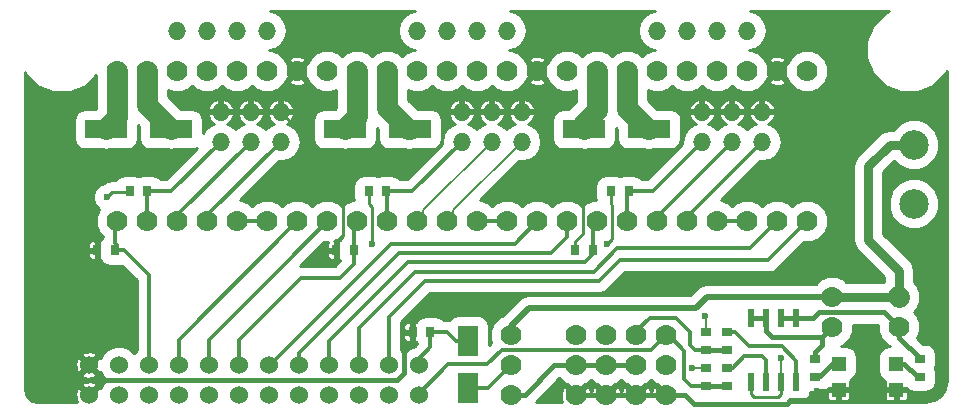
<source format=gtl>
G04 #@! TF.FileFunction,Copper,L1,Top,Signal*
%FSLAX46Y46*%
G04 Gerber Fmt 4.6, Leading zero omitted, Abs format (unit mm)*
G04 Created by KiCad (PCBNEW 4.0.2-stable) date 12/31/2017 6:43:37 PM*
%MOMM*%
G01*
G04 APERTURE LIST*
%ADD10C,0.100000*%
%ADD11C,1.778000*%
%ADD12R,1.200000X1.200000*%
%ADD13O,1.524000X1.524000*%
%ADD14R,0.900000X0.800000*%
%ADD15R,0.800000X0.900000*%
%ADD16R,0.600000X1.550000*%
%ADD17R,3.599180X1.600200*%
%ADD18C,2.500000*%
%ADD19C,1.524000*%
%ADD20R,1.700000X2.500000*%
%ADD21C,0.600000*%
%ADD22C,0.762000*%
%ADD23C,0.508000*%
%ADD24C,1.778000*%
%ADD25C,1.270000*%
%ADD26C,0.254000*%
%ADD27C,0.381000*%
%ADD28C,0.203200*%
%ADD29C,0.304800*%
G04 APERTURE END LIST*
D10*
D11*
X172684800Y-122606600D03*
X172684800Y-125146600D03*
X172684800Y-127686600D03*
X180000000Y-112980000D03*
X182540000Y-112980000D03*
X185080000Y-112980000D03*
X187620000Y-112980000D03*
X190160000Y-112980000D03*
X192700000Y-112980000D03*
X195240000Y-112980000D03*
X197780000Y-112980000D03*
X197780000Y-100280000D03*
X195240000Y-100280000D03*
X192700000Y-100280000D03*
X190160000Y-100280000D03*
X187620000Y-100280000D03*
X185080000Y-100280000D03*
X182540000Y-100280000D03*
X180000000Y-100280000D03*
X159680000Y-112980000D03*
X162220000Y-112980000D03*
X164760000Y-112980000D03*
X167300000Y-112980000D03*
X169840000Y-112980000D03*
X172380000Y-112980000D03*
X174920000Y-112980000D03*
X177460000Y-112980000D03*
X177460000Y-100280000D03*
X174920000Y-100280000D03*
X172380000Y-100280000D03*
X169840000Y-100280000D03*
X167300000Y-100280000D03*
X164760000Y-100280000D03*
X162220000Y-100280000D03*
X159680000Y-100280000D03*
D12*
X200450000Y-127250000D03*
X200450000Y-125050000D03*
X205300000Y-127250000D03*
X205300000Y-125050000D03*
D13*
X188860000Y-106270000D03*
X188860000Y-103730000D03*
X191400000Y-106270000D03*
X191400000Y-103730000D03*
X193940000Y-106270000D03*
X193940000Y-103730000D03*
X168510000Y-106270000D03*
X168510000Y-103730000D03*
X171050000Y-106270000D03*
X171050000Y-103730000D03*
X173590000Y-106270000D03*
X173590000Y-103730000D03*
X148110000Y-106270000D03*
X148110000Y-103730000D03*
X150650000Y-106270000D03*
X150650000Y-103730000D03*
X153190000Y-106270000D03*
X153190000Y-103730000D03*
X185080000Y-96851000D03*
X187620000Y-96851000D03*
X190160000Y-96851000D03*
X192700000Y-96851000D03*
X164760000Y-96851000D03*
X167300000Y-96851000D03*
X169840000Y-96851000D03*
X172380000Y-96851000D03*
X144440000Y-96851000D03*
X146980000Y-96851000D03*
X149520000Y-96851000D03*
X152060000Y-96851000D03*
D14*
X190950000Y-125400000D03*
X190950000Y-126900000D03*
X189200000Y-125400000D03*
X189200000Y-126900000D03*
X190950000Y-122400000D03*
X190950000Y-123900000D03*
X189200000Y-122400000D03*
X189200000Y-123900000D03*
X198450000Y-124650000D03*
X198450000Y-126150000D03*
X207300000Y-124650000D03*
X207300000Y-126150000D03*
D15*
X181150000Y-110450000D03*
X182650000Y-110450000D03*
X160650000Y-110450000D03*
X162150000Y-110450000D03*
X140400000Y-110450000D03*
X141900000Y-110450000D03*
X178150000Y-115450000D03*
X179650000Y-115450000D03*
X157900000Y-115450000D03*
X159400000Y-115450000D03*
X137650000Y-115450000D03*
X139150000Y-115450000D03*
D16*
X193045000Y-126600000D03*
X194315000Y-126600000D03*
X195585000Y-126600000D03*
X196855000Y-126600000D03*
X196855000Y-121200000D03*
X195585000Y-121200000D03*
X194315000Y-121200000D03*
X193045000Y-121200000D03*
D11*
X139360000Y-112980000D03*
X141900000Y-112980000D03*
X144440000Y-112980000D03*
X146980000Y-112980000D03*
X149520000Y-112980000D03*
X152060000Y-112980000D03*
X154600000Y-112980000D03*
X157140000Y-112980000D03*
X157140000Y-100280000D03*
X154600000Y-100280000D03*
X152060000Y-100280000D03*
X149520000Y-100280000D03*
X146980000Y-100280000D03*
X144440000Y-100280000D03*
X141900000Y-100280000D03*
X139360000Y-100280000D03*
D17*
X178899180Y-105200000D03*
X184400820Y-105200000D03*
X158649180Y-105200000D03*
X164150820Y-105200000D03*
X138399180Y-105200000D03*
X143900820Y-105200000D03*
D18*
X206800000Y-111500000D03*
X206800000Y-106500000D03*
D19*
X136947000Y-125172000D03*
X136947000Y-127712000D03*
X139487000Y-127712000D03*
X139487000Y-125172000D03*
X142027000Y-127712000D03*
X142027000Y-125172000D03*
X144567000Y-127712000D03*
X144567000Y-125172000D03*
X147107000Y-127712000D03*
X147107000Y-125172000D03*
X149647000Y-127712000D03*
X149647000Y-125172000D03*
X152187000Y-127712000D03*
X152187000Y-125172000D03*
X154727000Y-127712000D03*
X154727000Y-125172000D03*
X157267000Y-127712000D03*
X157267000Y-125172000D03*
X159807000Y-127712000D03*
X159807000Y-125172000D03*
X162347000Y-127712000D03*
X162347000Y-125172000D03*
X164887000Y-127712000D03*
X164887000Y-125172000D03*
D15*
X164363060Y-122370380D03*
X165863060Y-122370380D03*
D11*
X199850000Y-119410000D03*
X199850000Y-121950000D03*
X205550000Y-119410000D03*
X205550000Y-121950000D03*
X178196600Y-122632000D03*
X180736600Y-122632000D03*
X183276600Y-122632000D03*
X185816600Y-122632000D03*
D20*
X169078000Y-127121200D03*
X169078000Y-123121200D03*
D11*
X178196600Y-127720000D03*
X178196600Y-125180000D03*
X180736600Y-127720000D03*
X180736600Y-125180000D03*
X183276600Y-127720000D03*
X183276600Y-125180000D03*
X185816600Y-127720000D03*
X185816600Y-125180000D03*
D21*
X180800000Y-114950000D03*
X160950000Y-114950000D03*
X138450000Y-110950000D03*
X188050000Y-125450000D03*
X189150000Y-121050000D03*
X195552000Y-124578000D03*
X198600000Y-127372000D03*
D22*
X206800000Y-106500000D02*
X204750000Y-106500000D01*
X205550000Y-117200000D02*
X205550000Y-119410000D01*
X202950000Y-114600000D02*
X205550000Y-117200000D01*
X202950000Y-108300000D02*
X202950000Y-114600000D01*
X204750000Y-106500000D02*
X202950000Y-108300000D01*
X205550000Y-119410000D02*
X199850000Y-119410000D01*
D23*
X172684800Y-122606600D02*
X172684800Y-121865200D01*
X172684800Y-121865200D02*
X174200000Y-120350000D01*
X174200000Y-120350000D02*
X188350000Y-120350000D01*
X188350000Y-120350000D02*
X189290000Y-119410000D01*
X189290000Y-119410000D02*
X199850000Y-119410000D01*
D24*
X178899180Y-105200000D02*
X178899180Y-104700820D01*
X178899180Y-104700820D02*
X180000000Y-103600000D01*
X180000000Y-103600000D02*
X180000000Y-100280000D01*
X158649180Y-105200000D02*
X158649180Y-105150820D01*
X158649180Y-105150820D02*
X159680000Y-104120000D01*
X159680000Y-104120000D02*
X159680000Y-100280000D01*
X138399180Y-105200000D02*
X138399180Y-105150820D01*
X138399180Y-105150820D02*
X139360000Y-104190000D01*
X139360000Y-104190000D02*
X139360000Y-100280000D01*
X205550000Y-119410000D02*
X205500000Y-119360000D01*
D25*
X178899180Y-105200000D02*
X178899180Y-104950820D01*
X158649180Y-105200000D02*
X158650000Y-105200000D01*
D22*
X205550000Y-119400000D02*
X205550000Y-119150000D01*
D26*
X181150000Y-110450000D02*
X181150000Y-111550000D01*
X181250000Y-114500000D02*
X180800000Y-114950000D01*
X181250000Y-111650000D02*
X181250000Y-114500000D01*
X181150000Y-111550000D02*
X181250000Y-111650000D01*
X160650000Y-110450000D02*
X160650000Y-111500000D01*
X160950000Y-111800000D02*
X160950000Y-114950000D01*
X160650000Y-111500000D02*
X160950000Y-111800000D01*
D27*
X172684800Y-127686600D02*
X173863400Y-127686600D01*
X176370000Y-125180000D02*
X178196600Y-125180000D01*
X173863400Y-127686600D02*
X176370000Y-125180000D01*
D24*
X184400820Y-105200000D02*
X184250000Y-105200000D01*
X184250000Y-105200000D02*
X182540000Y-103490000D01*
X182540000Y-103490000D02*
X182540000Y-100280000D01*
X164150820Y-105200000D02*
X164000000Y-105200000D01*
X164000000Y-105200000D02*
X162220000Y-103420000D01*
X162220000Y-103420000D02*
X162220000Y-100280000D01*
X143900820Y-105200000D02*
X143900820Y-105150820D01*
X143900820Y-105150820D02*
X141900000Y-103150000D01*
X141900000Y-103150000D02*
X141900000Y-100280000D01*
D27*
X178196600Y-125180000D02*
X180736600Y-125180000D01*
X180736600Y-125180000D02*
X183276600Y-125180000D01*
D26*
X140300000Y-110500000D02*
X138900000Y-110500000D01*
X138900000Y-110500000D02*
X138450000Y-110950000D01*
D28*
X188100000Y-125400000D02*
X188050000Y-125450000D01*
X189200000Y-125400000D02*
X188100000Y-125400000D01*
D26*
X193045000Y-126600000D02*
X193045000Y-127659000D01*
X195585000Y-127593000D02*
X195585000Y-126600000D01*
X195298000Y-127880000D02*
X195585000Y-127593000D01*
X193266000Y-127880000D02*
X195298000Y-127880000D01*
X193045000Y-127659000D02*
X193266000Y-127880000D01*
D28*
X189200000Y-122400000D02*
X189200000Y-121100000D01*
X189200000Y-121100000D02*
X189150000Y-121050000D01*
X195585000Y-126600000D02*
X195587000Y-124613000D01*
X195587000Y-124613000D02*
X195552000Y-124578000D01*
D27*
X164363060Y-122370380D02*
X163629620Y-122370380D01*
X138225000Y-126450000D02*
X136947000Y-125172000D01*
X163050000Y-126450000D02*
X138225000Y-126450000D01*
X163650000Y-125850000D02*
X163050000Y-126450000D01*
X163650000Y-123550000D02*
X163650000Y-125850000D01*
X163450000Y-123350000D02*
X163650000Y-123550000D01*
X163450000Y-122550000D02*
X163450000Y-123350000D01*
X163629620Y-122370380D02*
X163450000Y-122550000D01*
X185816600Y-127720000D02*
X187420000Y-127720000D01*
D26*
X198722000Y-127250000D02*
X198600000Y-127372000D01*
X198722000Y-127250000D02*
X200450000Y-127250000D01*
D27*
X197822000Y-128150000D02*
X198600000Y-127372000D01*
X196350000Y-128150000D02*
X197822000Y-128150000D01*
X196050000Y-128450000D02*
X196350000Y-128150000D01*
X188150000Y-128450000D02*
X196050000Y-128450000D01*
X187420000Y-127720000D02*
X188150000Y-128450000D01*
X178196600Y-127720000D02*
X180736600Y-127720000D01*
X180736600Y-127720000D02*
X183276600Y-127720000D01*
X183276600Y-127720000D02*
X185816600Y-127720000D01*
D26*
X178150000Y-115450000D02*
X178150000Y-114650000D01*
X174530000Y-103730000D02*
X173590000Y-103730000D01*
X175450000Y-104650000D02*
X174530000Y-103730000D01*
X175450000Y-106850000D02*
X175450000Y-104650000D01*
X178750000Y-110150000D02*
X175450000Y-106850000D01*
X178750000Y-114050000D02*
X178750000Y-110150000D01*
X178150000Y-114650000D02*
X178750000Y-114050000D01*
X157900000Y-115450000D02*
X157900000Y-114800000D01*
X155450000Y-105990000D02*
X153190000Y-103730000D01*
X155450000Y-108050000D02*
X155450000Y-105990000D01*
X158450000Y-111050000D02*
X155450000Y-108050000D01*
X158450000Y-114250000D02*
X158450000Y-111050000D01*
X157900000Y-114800000D02*
X158450000Y-114250000D01*
D29*
X136821000Y-125107000D02*
X136821000Y-125079000D01*
D28*
X136821000Y-125107000D02*
X137283800Y-125107000D01*
X136821000Y-125107000D02*
X136877400Y-125107000D01*
D27*
X198600000Y-126090000D02*
X198866000Y-126090000D01*
X198866000Y-126090000D02*
X199906000Y-125050000D01*
X199906000Y-125050000D02*
X200450000Y-125050000D01*
X200450000Y-125050000D02*
X200450000Y-125150000D01*
X207296000Y-126090000D02*
X207030000Y-126090000D01*
X207030000Y-126090000D02*
X205990000Y-125050000D01*
X205990000Y-125050000D02*
X205300000Y-125050000D01*
X205300000Y-125050000D02*
X205450000Y-125050000D01*
X198450000Y-124650000D02*
X198450000Y-124050000D01*
X199050000Y-123450000D02*
X199050000Y-122750000D01*
X198450000Y-124050000D02*
X199050000Y-123450000D01*
X194315000Y-121200000D02*
X194315000Y-122265000D01*
X199050000Y-122750000D02*
X199850000Y-121950000D01*
X194800000Y-122750000D02*
X199050000Y-122750000D01*
X194315000Y-122265000D02*
X194800000Y-122750000D01*
X193045000Y-121200000D02*
X194315000Y-121200000D01*
X205550000Y-121950000D02*
X205550000Y-122850000D01*
X205550000Y-122850000D02*
X207300000Y-124600000D01*
X207300000Y-124600000D02*
X207300000Y-124650000D01*
X196855000Y-121200000D02*
X198250000Y-121200000D01*
X204300000Y-120700000D02*
X205550000Y-121950000D01*
X198750000Y-120700000D02*
X204300000Y-120700000D01*
X198250000Y-121200000D02*
X198750000Y-120700000D01*
X205550000Y-121940000D02*
X205674000Y-121940000D01*
X195585000Y-121200000D02*
X196855000Y-121200000D01*
D29*
X190950000Y-125400000D02*
X191450000Y-125400000D01*
X194315000Y-124765000D02*
X194315000Y-126600000D01*
X193950000Y-124400000D02*
X194315000Y-124765000D01*
X192450000Y-124400000D02*
X193950000Y-124400000D01*
X191450000Y-125400000D02*
X192450000Y-124400000D01*
X190950000Y-122400000D02*
X191700000Y-122400000D01*
X196855000Y-124805000D02*
X196855000Y-126600000D01*
X195612000Y-123562000D02*
X196855000Y-124805000D01*
X192862000Y-123562000D02*
X195612000Y-123562000D01*
X191700000Y-122400000D02*
X192862000Y-123562000D01*
X190160000Y-112980000D02*
X192700000Y-112980000D01*
X169840000Y-112980000D02*
X172380000Y-112980000D01*
X149520000Y-112980000D02*
X152060000Y-112980000D01*
X182650000Y-110450000D02*
X184680000Y-110450000D01*
X184680000Y-110450000D02*
X188860000Y-106270000D01*
X182540000Y-112980000D02*
X182540000Y-110560000D01*
X182540000Y-110560000D02*
X182650000Y-110450000D01*
X185080000Y-112980000D02*
X185080000Y-112590000D01*
X185080000Y-112590000D02*
X191400000Y-106270000D01*
X187620000Y-112980000D02*
X187620000Y-112590000D01*
X187620000Y-112590000D02*
X193940000Y-106270000D01*
X162150000Y-110450000D02*
X164330000Y-110450000D01*
X164330000Y-110450000D02*
X168510000Y-106270000D01*
X162220000Y-112980000D02*
X162220000Y-110520000D01*
X162220000Y-110520000D02*
X162150000Y-110450000D01*
D28*
X165240000Y-112600000D02*
X165240000Y-112080000D01*
X165240000Y-112080000D02*
X171050000Y-106270000D01*
X167780000Y-112600000D02*
X167780000Y-112080000D01*
X167780000Y-112080000D02*
X173590000Y-106270000D01*
D29*
X141900000Y-110450000D02*
X143930000Y-110450000D01*
X143930000Y-110450000D02*
X148110000Y-106270000D01*
X141900000Y-112980000D02*
X141900000Y-110450000D01*
D28*
X141700000Y-110600000D02*
X141800000Y-110500000D01*
D29*
X141900000Y-112980000D02*
X142120000Y-112980000D01*
X144440000Y-112980000D02*
X144440000Y-112480000D01*
X144440000Y-112480000D02*
X150650000Y-106270000D01*
X146980000Y-112980000D02*
X146980000Y-112480000D01*
X146980000Y-112480000D02*
X153190000Y-106270000D01*
X164887000Y-127712000D02*
X164887000Y-127613000D01*
X164887000Y-127613000D02*
X167400000Y-125100000D01*
X184548600Y-123900000D02*
X185816600Y-122632000D01*
X171900000Y-123900000D02*
X184548600Y-123900000D01*
X170700000Y-125100000D02*
X171900000Y-123900000D01*
X167400000Y-125100000D02*
X170700000Y-125100000D01*
X164887000Y-127712000D02*
X165538000Y-127712000D01*
X185816600Y-122632000D02*
X186032000Y-122632000D01*
X186032000Y-122632000D02*
X187350000Y-123950000D01*
X187900000Y-126900000D02*
X189200000Y-126900000D01*
X187350000Y-126350000D02*
X187900000Y-126900000D01*
X187350000Y-123950000D02*
X187350000Y-126350000D01*
X164887000Y-127712000D02*
X165388000Y-127712000D01*
D27*
X189085000Y-126785000D02*
X189200000Y-126900000D01*
X189200000Y-126900000D02*
X190950000Y-126900000D01*
D29*
X183276600Y-122632000D02*
X183276600Y-122323400D01*
X183276600Y-122323400D02*
X184450000Y-121150000D01*
X188300000Y-123900000D02*
X189200000Y-123900000D01*
X187850000Y-123450000D02*
X188300000Y-123900000D01*
X187850000Y-122350000D02*
X187850000Y-123450000D01*
X186650000Y-121150000D02*
X187850000Y-122350000D01*
X184450000Y-121150000D02*
X186650000Y-121150000D01*
D27*
X189200000Y-123900000D02*
X190950000Y-123900000D01*
D29*
X157267000Y-125172000D02*
X157267000Y-123147620D01*
X179650000Y-115802320D02*
X179650000Y-115450000D01*
X178973740Y-116478580D02*
X179650000Y-115802320D01*
X163936040Y-116478580D02*
X178973740Y-116478580D01*
X157267000Y-123147620D02*
X163936040Y-116478580D01*
X179650000Y-115450000D02*
X179650000Y-113330000D01*
X179650000Y-113330000D02*
X180000000Y-112980000D01*
X149647000Y-125172000D02*
X149647000Y-123063800D01*
X159400000Y-116579780D02*
X159400000Y-115450000D01*
X158181400Y-117798380D02*
X159400000Y-116579780D01*
X154912420Y-117798380D02*
X158181400Y-117798380D01*
X149647000Y-123063800D02*
X154912420Y-117798380D01*
X159400000Y-115450000D02*
X159400000Y-113260000D01*
X159400000Y-113260000D02*
X159680000Y-112980000D01*
X142027000Y-125172000D02*
X142027000Y-117527000D01*
X139950000Y-115450000D02*
X139150000Y-115450000D01*
X142027000Y-117527000D02*
X139950000Y-115450000D01*
X141901000Y-125107000D02*
X141901000Y-125099000D01*
X139300000Y-115000000D02*
X139160000Y-114860000D01*
X139160000Y-114860000D02*
X139160000Y-112600000D01*
X159807000Y-125172000D02*
X159807000Y-122014920D01*
X192948920Y-115271080D02*
X195240000Y-112980000D01*
X181679840Y-115271080D02*
X192948920Y-115271080D01*
X179696040Y-117254880D02*
X181679840Y-115271080D01*
X164567040Y-117254880D02*
X179696040Y-117254880D01*
X159807000Y-122014920D02*
X164567040Y-117254880D01*
X162347000Y-125172000D02*
X162347000Y-121057200D01*
X194475460Y-116284540D02*
X197780000Y-112980000D01*
X181908020Y-116284540D02*
X194475460Y-116284540D01*
X180181700Y-118010860D02*
X181908020Y-116284540D01*
X165393340Y-118010860D02*
X180181700Y-118010860D01*
X162347000Y-121057200D02*
X165393340Y-118010860D01*
X152187000Y-125172000D02*
X152305160Y-125172000D01*
X152305160Y-125172000D02*
X162571640Y-114905520D01*
X162571640Y-114905520D02*
X172994480Y-114905520D01*
X172994480Y-114905520D02*
X174920000Y-112980000D01*
X154727000Y-125172000D02*
X154727000Y-124181260D01*
X177460000Y-114323660D02*
X177460000Y-112980000D01*
X176113740Y-115669920D02*
X177460000Y-114323660D01*
X163238340Y-115669920D02*
X176113740Y-115669920D01*
X154727000Y-124181260D02*
X163238340Y-115669920D01*
D28*
X155109000Y-125107000D02*
X155109000Y-124941000D01*
D29*
X144567000Y-125172000D02*
X144567000Y-123013000D01*
X144567000Y-123013000D02*
X154600000Y-112980000D01*
X147107000Y-125172000D02*
X147107000Y-123013000D01*
X153624640Y-116495360D02*
X157140000Y-112980000D01*
X147107000Y-123013000D02*
X153624640Y-116495360D01*
X139361000Y-125107000D02*
X139393000Y-125107000D01*
X169078000Y-123121200D02*
X168017800Y-123121200D01*
X167266980Y-122370380D02*
X165863060Y-122370380D01*
X168017800Y-123121200D02*
X167266980Y-122370380D01*
X164887000Y-125172000D02*
X164887000Y-124648760D01*
X164887000Y-124648760D02*
X165863060Y-123672700D01*
X165863060Y-123672700D02*
X165863060Y-122370380D01*
X169078000Y-127121200D02*
X170710200Y-127121200D01*
X170710200Y-127121200D02*
X172684800Y-125146600D01*
D26*
G36*
X131573386Y-100501846D02*
X132592787Y-101523028D01*
X133925380Y-102076369D01*
X135368290Y-102077628D01*
X136701846Y-101526614D01*
X137582000Y-100647995D01*
X137582000Y-103453528D01*
X137542044Y-103493484D01*
X136599590Y-103493484D01*
X136270146Y-103555473D01*
X135967573Y-103750174D01*
X135764587Y-104047253D01*
X135693174Y-104399900D01*
X135693174Y-106000100D01*
X135755163Y-106329544D01*
X135949864Y-106632117D01*
X136246943Y-106835103D01*
X136599590Y-106906516D01*
X138039805Y-106906516D01*
X138399180Y-106978000D01*
X138758555Y-106906516D01*
X140198770Y-106906516D01*
X140528214Y-106844527D01*
X140830787Y-106649826D01*
X141033773Y-106352747D01*
X141105186Y-106000100D01*
X141105186Y-104869658D01*
X141194814Y-104959286D01*
X141194814Y-106000100D01*
X141256803Y-106329544D01*
X141451504Y-106632117D01*
X141748583Y-106835103D01*
X142101230Y-106906516D01*
X143541445Y-106906516D01*
X143900820Y-106978000D01*
X144260195Y-106906516D01*
X145700410Y-106906516D01*
X146029854Y-106844527D01*
X146122015Y-106785223D01*
X143498638Y-109408600D01*
X142975862Y-109408600D01*
X142949726Y-109367983D01*
X142652647Y-109164997D01*
X142300000Y-109093584D01*
X141500000Y-109093584D01*
X141170556Y-109155573D01*
X141154230Y-109166079D01*
X141152647Y-109164997D01*
X140800000Y-109093584D01*
X140000000Y-109093584D01*
X139670556Y-109155573D01*
X139367983Y-109350274D01*
X139276612Y-109484000D01*
X138900000Y-109484000D01*
X138575700Y-109548507D01*
X138511193Y-109561338D01*
X138209700Y-109762790D01*
X137777365Y-109941427D01*
X137442603Y-110275606D01*
X137261207Y-110712456D01*
X137260794Y-111185469D01*
X137441427Y-111622635D01*
X137775606Y-111957397D01*
X137847104Y-111987086D01*
X137582309Y-112624782D01*
X137581692Y-113332114D01*
X137851806Y-113985840D01*
X138118600Y-114253100D01*
X138118600Y-114349877D01*
X138117983Y-114350274D01*
X137934370Y-114619000D01*
X137872250Y-114619000D01*
X137777000Y-114714250D01*
X137777000Y-115323000D01*
X137797000Y-115323000D01*
X137797000Y-115577000D01*
X137777000Y-115577000D01*
X137777000Y-116185750D01*
X137872250Y-116281000D01*
X137938748Y-116281000D01*
X138100274Y-116532017D01*
X138397353Y-116735003D01*
X138750000Y-116806416D01*
X139550000Y-116806416D01*
X139788733Y-116761495D01*
X140985600Y-117958362D01*
X140985600Y-123878752D01*
X140756821Y-124107132D01*
X140423437Y-123773166D01*
X139816845Y-123521287D01*
X139160037Y-123520714D01*
X138553005Y-123771534D01*
X138088166Y-124235563D01*
X137942683Y-124585924D01*
X137788160Y-124510445D01*
X137126605Y-125172000D01*
X137788160Y-125833555D01*
X137942761Y-125758038D01*
X138086534Y-126105995D01*
X138422132Y-126442179D01*
X138088166Y-126775563D01*
X137942683Y-127125924D01*
X137788160Y-127050445D01*
X137126605Y-127712000D01*
X137140748Y-127726143D01*
X136961143Y-127905748D01*
X136947000Y-127891605D01*
X136932858Y-127905748D01*
X136753253Y-127726143D01*
X136767395Y-127712000D01*
X136105840Y-127050445D01*
X135935144Y-127133824D01*
X135790909Y-127565055D01*
X135822678Y-128018657D01*
X135933414Y-128286000D01*
X132644946Y-128286000D01*
X132160766Y-128189691D01*
X131830791Y-127969209D01*
X131610309Y-127639234D01*
X131514000Y-127155054D01*
X131514000Y-126870840D01*
X136285445Y-126870840D01*
X136947000Y-127532395D01*
X137608555Y-126870840D01*
X137525176Y-126700144D01*
X137093945Y-126555909D01*
X136640343Y-126587678D01*
X136368824Y-126700144D01*
X136285445Y-126870840D01*
X131514000Y-126870840D01*
X131514000Y-126013160D01*
X136285445Y-126013160D01*
X136368824Y-126183856D01*
X136800055Y-126328091D01*
X137253657Y-126296322D01*
X137525176Y-126183856D01*
X137608555Y-126013160D01*
X136947000Y-125351605D01*
X136285445Y-126013160D01*
X131514000Y-126013160D01*
X131514000Y-125025055D01*
X135790909Y-125025055D01*
X135822678Y-125478657D01*
X135935144Y-125750176D01*
X136105840Y-125833555D01*
X136767395Y-125172000D01*
X136105840Y-124510445D01*
X135935144Y-124593824D01*
X135790909Y-125025055D01*
X131514000Y-125025055D01*
X131514000Y-124330840D01*
X136285445Y-124330840D01*
X136947000Y-124992395D01*
X137608555Y-124330840D01*
X137525176Y-124160144D01*
X137093945Y-124015909D01*
X136640343Y-124047678D01*
X136368824Y-124160144D01*
X136285445Y-124330840D01*
X131514000Y-124330840D01*
X131514000Y-115672250D01*
X136869000Y-115672250D01*
X136869000Y-115975785D01*
X136927004Y-116115819D01*
X137034180Y-116222996D01*
X137174214Y-116281000D01*
X137427750Y-116281000D01*
X137523000Y-116185750D01*
X137523000Y-115577000D01*
X136964250Y-115577000D01*
X136869000Y-115672250D01*
X131514000Y-115672250D01*
X131514000Y-114924215D01*
X136869000Y-114924215D01*
X136869000Y-115227750D01*
X136964250Y-115323000D01*
X137523000Y-115323000D01*
X137523000Y-114714250D01*
X137427750Y-114619000D01*
X137174214Y-114619000D01*
X137034180Y-114677004D01*
X136927004Y-114784181D01*
X136869000Y-114924215D01*
X131514000Y-114924215D01*
X131514000Y-100358121D01*
X131573386Y-100501846D01*
X131573386Y-100501846D01*
G37*
X131573386Y-100501846D02*
X132592787Y-101523028D01*
X133925380Y-102076369D01*
X135368290Y-102077628D01*
X136701846Y-101526614D01*
X137582000Y-100647995D01*
X137582000Y-103453528D01*
X137542044Y-103493484D01*
X136599590Y-103493484D01*
X136270146Y-103555473D01*
X135967573Y-103750174D01*
X135764587Y-104047253D01*
X135693174Y-104399900D01*
X135693174Y-106000100D01*
X135755163Y-106329544D01*
X135949864Y-106632117D01*
X136246943Y-106835103D01*
X136599590Y-106906516D01*
X138039805Y-106906516D01*
X138399180Y-106978000D01*
X138758555Y-106906516D01*
X140198770Y-106906516D01*
X140528214Y-106844527D01*
X140830787Y-106649826D01*
X141033773Y-106352747D01*
X141105186Y-106000100D01*
X141105186Y-104869658D01*
X141194814Y-104959286D01*
X141194814Y-106000100D01*
X141256803Y-106329544D01*
X141451504Y-106632117D01*
X141748583Y-106835103D01*
X142101230Y-106906516D01*
X143541445Y-106906516D01*
X143900820Y-106978000D01*
X144260195Y-106906516D01*
X145700410Y-106906516D01*
X146029854Y-106844527D01*
X146122015Y-106785223D01*
X143498638Y-109408600D01*
X142975862Y-109408600D01*
X142949726Y-109367983D01*
X142652647Y-109164997D01*
X142300000Y-109093584D01*
X141500000Y-109093584D01*
X141170556Y-109155573D01*
X141154230Y-109166079D01*
X141152647Y-109164997D01*
X140800000Y-109093584D01*
X140000000Y-109093584D01*
X139670556Y-109155573D01*
X139367983Y-109350274D01*
X139276612Y-109484000D01*
X138900000Y-109484000D01*
X138575700Y-109548507D01*
X138511193Y-109561338D01*
X138209700Y-109762790D01*
X137777365Y-109941427D01*
X137442603Y-110275606D01*
X137261207Y-110712456D01*
X137260794Y-111185469D01*
X137441427Y-111622635D01*
X137775606Y-111957397D01*
X137847104Y-111987086D01*
X137582309Y-112624782D01*
X137581692Y-113332114D01*
X137851806Y-113985840D01*
X138118600Y-114253100D01*
X138118600Y-114349877D01*
X138117983Y-114350274D01*
X137934370Y-114619000D01*
X137872250Y-114619000D01*
X137777000Y-114714250D01*
X137777000Y-115323000D01*
X137797000Y-115323000D01*
X137797000Y-115577000D01*
X137777000Y-115577000D01*
X137777000Y-116185750D01*
X137872250Y-116281000D01*
X137938748Y-116281000D01*
X138100274Y-116532017D01*
X138397353Y-116735003D01*
X138750000Y-116806416D01*
X139550000Y-116806416D01*
X139788733Y-116761495D01*
X140985600Y-117958362D01*
X140985600Y-123878752D01*
X140756821Y-124107132D01*
X140423437Y-123773166D01*
X139816845Y-123521287D01*
X139160037Y-123520714D01*
X138553005Y-123771534D01*
X138088166Y-124235563D01*
X137942683Y-124585924D01*
X137788160Y-124510445D01*
X137126605Y-125172000D01*
X137788160Y-125833555D01*
X137942761Y-125758038D01*
X138086534Y-126105995D01*
X138422132Y-126442179D01*
X138088166Y-126775563D01*
X137942683Y-127125924D01*
X137788160Y-127050445D01*
X137126605Y-127712000D01*
X137140748Y-127726143D01*
X136961143Y-127905748D01*
X136947000Y-127891605D01*
X136932858Y-127905748D01*
X136753253Y-127726143D01*
X136767395Y-127712000D01*
X136105840Y-127050445D01*
X135935144Y-127133824D01*
X135790909Y-127565055D01*
X135822678Y-128018657D01*
X135933414Y-128286000D01*
X132644946Y-128286000D01*
X132160766Y-128189691D01*
X131830791Y-127969209D01*
X131610309Y-127639234D01*
X131514000Y-127155054D01*
X131514000Y-126870840D01*
X136285445Y-126870840D01*
X136947000Y-127532395D01*
X137608555Y-126870840D01*
X137525176Y-126700144D01*
X137093945Y-126555909D01*
X136640343Y-126587678D01*
X136368824Y-126700144D01*
X136285445Y-126870840D01*
X131514000Y-126870840D01*
X131514000Y-126013160D01*
X136285445Y-126013160D01*
X136368824Y-126183856D01*
X136800055Y-126328091D01*
X137253657Y-126296322D01*
X137525176Y-126183856D01*
X137608555Y-126013160D01*
X136947000Y-125351605D01*
X136285445Y-126013160D01*
X131514000Y-126013160D01*
X131514000Y-125025055D01*
X135790909Y-125025055D01*
X135822678Y-125478657D01*
X135935144Y-125750176D01*
X136105840Y-125833555D01*
X136767395Y-125172000D01*
X136105840Y-124510445D01*
X135935144Y-124593824D01*
X135790909Y-125025055D01*
X131514000Y-125025055D01*
X131514000Y-124330840D01*
X136285445Y-124330840D01*
X136947000Y-124992395D01*
X137608555Y-124330840D01*
X137525176Y-124160144D01*
X137093945Y-124015909D01*
X136640343Y-124047678D01*
X136368824Y-124160144D01*
X136285445Y-124330840D01*
X131514000Y-124330840D01*
X131514000Y-115672250D01*
X136869000Y-115672250D01*
X136869000Y-115975785D01*
X136927004Y-116115819D01*
X137034180Y-116222996D01*
X137174214Y-116281000D01*
X137427750Y-116281000D01*
X137523000Y-116185750D01*
X137523000Y-115577000D01*
X136964250Y-115577000D01*
X136869000Y-115672250D01*
X131514000Y-115672250D01*
X131514000Y-114924215D01*
X136869000Y-114924215D01*
X136869000Y-115227750D01*
X136964250Y-115323000D01*
X137523000Y-115323000D01*
X137523000Y-114714250D01*
X137427750Y-114619000D01*
X137174214Y-114619000D01*
X137034180Y-114677004D01*
X136927004Y-114784181D01*
X136869000Y-114924215D01*
X131514000Y-114924215D01*
X131514000Y-100358121D01*
X131573386Y-100501846D01*
G36*
X177188129Y-126686436D02*
X177452359Y-126796154D01*
X178196600Y-127540395D01*
X178940619Y-126796376D01*
X179202440Y-126688194D01*
X179466622Y-126424472D01*
X179728129Y-126686436D01*
X179992359Y-126796154D01*
X180736600Y-127540395D01*
X181480619Y-126796376D01*
X181742440Y-126688194D01*
X182006622Y-126424472D01*
X182268129Y-126686436D01*
X182532359Y-126796154D01*
X183276600Y-127540395D01*
X184020619Y-126796376D01*
X184282440Y-126688194D01*
X184546622Y-126424472D01*
X184808129Y-126686436D01*
X185072359Y-126796154D01*
X185816600Y-127540395D01*
X185830743Y-127526253D01*
X186010348Y-127705858D01*
X185996205Y-127720000D01*
X186010348Y-127734143D01*
X185830743Y-127913748D01*
X185816600Y-127899605D01*
X185802458Y-127913748D01*
X185622853Y-127734143D01*
X185636995Y-127720000D01*
X184883297Y-126966302D01*
X184699421Y-127065303D01*
X184537699Y-127531761D01*
X184529506Y-127392977D01*
X184393779Y-127065303D01*
X184209903Y-126966302D01*
X183456205Y-127720000D01*
X183470348Y-127734143D01*
X183290743Y-127913748D01*
X183276600Y-127899605D01*
X183262458Y-127913748D01*
X183082853Y-127734143D01*
X183096995Y-127720000D01*
X182343297Y-126966302D01*
X182159421Y-127065303D01*
X181997699Y-127531761D01*
X181989506Y-127392977D01*
X181853779Y-127065303D01*
X181669903Y-126966302D01*
X180916205Y-127720000D01*
X180930348Y-127734143D01*
X180750743Y-127913748D01*
X180736600Y-127899605D01*
X180722458Y-127913748D01*
X180542853Y-127734143D01*
X180556995Y-127720000D01*
X179803297Y-126966302D01*
X179619421Y-127065303D01*
X179457699Y-127531761D01*
X179449506Y-127392977D01*
X179313779Y-127065303D01*
X179129903Y-126966302D01*
X178376205Y-127720000D01*
X178390348Y-127734143D01*
X178210743Y-127913748D01*
X178196600Y-127899605D01*
X178182458Y-127913748D01*
X178002853Y-127734143D01*
X178016995Y-127720000D01*
X177263297Y-126966302D01*
X177079421Y-127065303D01*
X176913919Y-127542664D01*
X176943694Y-128047023D01*
X177042682Y-128286000D01*
X174790644Y-128286000D01*
X176789517Y-126287127D01*
X177188129Y-126686436D01*
X177188129Y-126686436D01*
G37*
X177188129Y-126686436D02*
X177452359Y-126796154D01*
X178196600Y-127540395D01*
X178940619Y-126796376D01*
X179202440Y-126688194D01*
X179466622Y-126424472D01*
X179728129Y-126686436D01*
X179992359Y-126796154D01*
X180736600Y-127540395D01*
X181480619Y-126796376D01*
X181742440Y-126688194D01*
X182006622Y-126424472D01*
X182268129Y-126686436D01*
X182532359Y-126796154D01*
X183276600Y-127540395D01*
X184020619Y-126796376D01*
X184282440Y-126688194D01*
X184546622Y-126424472D01*
X184808129Y-126686436D01*
X185072359Y-126796154D01*
X185816600Y-127540395D01*
X185830743Y-127526253D01*
X186010348Y-127705858D01*
X185996205Y-127720000D01*
X186010348Y-127734143D01*
X185830743Y-127913748D01*
X185816600Y-127899605D01*
X185802458Y-127913748D01*
X185622853Y-127734143D01*
X185636995Y-127720000D01*
X184883297Y-126966302D01*
X184699421Y-127065303D01*
X184537699Y-127531761D01*
X184529506Y-127392977D01*
X184393779Y-127065303D01*
X184209903Y-126966302D01*
X183456205Y-127720000D01*
X183470348Y-127734143D01*
X183290743Y-127913748D01*
X183276600Y-127899605D01*
X183262458Y-127913748D01*
X183082853Y-127734143D01*
X183096995Y-127720000D01*
X182343297Y-126966302D01*
X182159421Y-127065303D01*
X181997699Y-127531761D01*
X181989506Y-127392977D01*
X181853779Y-127065303D01*
X181669903Y-126966302D01*
X180916205Y-127720000D01*
X180930348Y-127734143D01*
X180750743Y-127913748D01*
X180736600Y-127899605D01*
X180722458Y-127913748D01*
X180542853Y-127734143D01*
X180556995Y-127720000D01*
X179803297Y-126966302D01*
X179619421Y-127065303D01*
X179457699Y-127531761D01*
X179449506Y-127392977D01*
X179313779Y-127065303D01*
X179129903Y-126966302D01*
X178376205Y-127720000D01*
X178390348Y-127734143D01*
X178210743Y-127913748D01*
X178196600Y-127899605D01*
X178182458Y-127913748D01*
X178002853Y-127734143D01*
X178016995Y-127720000D01*
X177263297Y-126966302D01*
X177079421Y-127065303D01*
X176913919Y-127542664D01*
X176943694Y-128047023D01*
X177042682Y-128286000D01*
X174790644Y-128286000D01*
X176789517Y-126287127D01*
X177188129Y-126686436D01*
G36*
X164128190Y-95293330D02*
X163592567Y-95651222D01*
X163234675Y-96186845D01*
X163109000Y-96818655D01*
X163109000Y-96883345D01*
X163234675Y-97515155D01*
X163592567Y-98050778D01*
X164128190Y-98408670D01*
X164596670Y-98501857D01*
X164407886Y-98501692D01*
X163754160Y-98771806D01*
X163489978Y-99035528D01*
X163228471Y-98773564D01*
X162575218Y-98502309D01*
X161867886Y-98501692D01*
X161214160Y-98771806D01*
X160949978Y-99035528D01*
X160688471Y-98773564D01*
X160035218Y-98502309D01*
X159327886Y-98501692D01*
X158674160Y-98771806D01*
X158409978Y-99035528D01*
X158148471Y-98773564D01*
X157495218Y-98502309D01*
X156787886Y-98501692D01*
X156134160Y-98771806D01*
X155633564Y-99271529D01*
X155523846Y-99535759D01*
X154779605Y-100280000D01*
X155523624Y-101024019D01*
X155631806Y-101285840D01*
X156131529Y-101786436D01*
X156784782Y-102057691D01*
X157492114Y-102058308D01*
X157902000Y-101888947D01*
X157902000Y-103383528D01*
X157792044Y-103493484D01*
X156849590Y-103493484D01*
X156520146Y-103555473D01*
X156217573Y-103750174D01*
X156014587Y-104047253D01*
X155943174Y-104399900D01*
X155943174Y-106000100D01*
X156005163Y-106329544D01*
X156199864Y-106632117D01*
X156496943Y-106835103D01*
X156849590Y-106906516D01*
X158289805Y-106906516D01*
X158649180Y-106978000D01*
X159008555Y-106906516D01*
X160448770Y-106906516D01*
X160778214Y-106844527D01*
X161080787Y-106649826D01*
X161283773Y-106352747D01*
X161355186Y-106000100D01*
X161355186Y-105069658D01*
X161444814Y-105159286D01*
X161444814Y-106000100D01*
X161506803Y-106329544D01*
X161701504Y-106632117D01*
X161998583Y-106835103D01*
X162351230Y-106906516D01*
X163640625Y-106906516D01*
X164000000Y-106978000D01*
X164150820Y-106978000D01*
X164510195Y-106906516D01*
X165950410Y-106906516D01*
X166279854Y-106844527D01*
X166582427Y-106649826D01*
X166785413Y-106352747D01*
X166856826Y-106000100D01*
X166856826Y-104399900D01*
X166794837Y-104070456D01*
X166600136Y-103767883D01*
X166303057Y-103564897D01*
X165950410Y-103493484D01*
X164807956Y-103493484D01*
X164741338Y-103426866D01*
X167407929Y-103426866D01*
X167469975Y-103603000D01*
X168383000Y-103603000D01*
X168383000Y-102689315D01*
X168637000Y-102689315D01*
X168637000Y-103603000D01*
X169550025Y-103603000D01*
X169612071Y-103426866D01*
X169947929Y-103426866D01*
X170009975Y-103603000D01*
X170923000Y-103603000D01*
X170923000Y-102689315D01*
X171177000Y-102689315D01*
X171177000Y-103603000D01*
X172090025Y-103603000D01*
X172152071Y-103426866D01*
X172487929Y-103426866D01*
X172549975Y-103603000D01*
X173463000Y-103603000D01*
X173463000Y-102689315D01*
X173717000Y-102689315D01*
X173717000Y-103603000D01*
X174630025Y-103603000D01*
X174692071Y-103426866D01*
X174583640Y-103165059D01*
X174291810Y-102827813D01*
X173893136Y-102627917D01*
X173717000Y-102689315D01*
X173463000Y-102689315D01*
X173286864Y-102627917D01*
X172888190Y-102827813D01*
X172596360Y-103165059D01*
X172487929Y-103426866D01*
X172152071Y-103426866D01*
X172043640Y-103165059D01*
X171751810Y-102827813D01*
X171353136Y-102627917D01*
X171177000Y-102689315D01*
X170923000Y-102689315D01*
X170746864Y-102627917D01*
X170348190Y-102827813D01*
X170056360Y-103165059D01*
X169947929Y-103426866D01*
X169612071Y-103426866D01*
X169503640Y-103165059D01*
X169211810Y-102827813D01*
X168813136Y-102627917D01*
X168637000Y-102689315D01*
X168383000Y-102689315D01*
X168206864Y-102627917D01*
X167808190Y-102827813D01*
X167516360Y-103165059D01*
X167407929Y-103426866D01*
X164741338Y-103426866D01*
X163998000Y-102683528D01*
X163998000Y-101888780D01*
X164404782Y-102057691D01*
X165112114Y-102058308D01*
X165765840Y-101788194D01*
X166030022Y-101524472D01*
X166291529Y-101786436D01*
X166944782Y-102057691D01*
X167652114Y-102058308D01*
X168305840Y-101788194D01*
X168570022Y-101524472D01*
X168831529Y-101786436D01*
X169484782Y-102057691D01*
X170192114Y-102058308D01*
X170845840Y-101788194D01*
X171110022Y-101524472D01*
X171371529Y-101786436D01*
X172024782Y-102057691D01*
X172732114Y-102058308D01*
X173385840Y-101788194D01*
X173886436Y-101288471D01*
X173917648Y-101213303D01*
X174166302Y-101213303D01*
X174265303Y-101397179D01*
X174742664Y-101562681D01*
X175247023Y-101532906D01*
X175574697Y-101397179D01*
X175673698Y-101213303D01*
X174920000Y-100459605D01*
X174166302Y-101213303D01*
X173917648Y-101213303D01*
X173996154Y-101024241D01*
X174740395Y-100280000D01*
X173996376Y-99535981D01*
X173918166Y-99346697D01*
X174166302Y-99346697D01*
X174920000Y-100100395D01*
X175673698Y-99346697D01*
X175574697Y-99162821D01*
X175097336Y-98997319D01*
X174592977Y-99027094D01*
X174265303Y-99162821D01*
X174166302Y-99346697D01*
X173918166Y-99346697D01*
X173888194Y-99274160D01*
X173388471Y-98773564D01*
X172735218Y-98502309D01*
X172541903Y-98502140D01*
X173011810Y-98408670D01*
X173547433Y-98050778D01*
X173905325Y-97515155D01*
X174031000Y-96883345D01*
X174031000Y-96818655D01*
X173905325Y-96186845D01*
X173547433Y-95651222D01*
X173011810Y-95293330D01*
X172612992Y-95214000D01*
X184847008Y-95214000D01*
X184448190Y-95293330D01*
X183912567Y-95651222D01*
X183554675Y-96186845D01*
X183429000Y-96818655D01*
X183429000Y-96883345D01*
X183554675Y-97515155D01*
X183912567Y-98050778D01*
X184448190Y-98408670D01*
X184916670Y-98501857D01*
X184727886Y-98501692D01*
X184074160Y-98771806D01*
X183809978Y-99035528D01*
X183548471Y-98773564D01*
X182895218Y-98502309D01*
X182187886Y-98501692D01*
X181534160Y-98771806D01*
X181269978Y-99035528D01*
X181008471Y-98773564D01*
X180355218Y-98502309D01*
X179647886Y-98501692D01*
X178994160Y-98771806D01*
X178729978Y-99035528D01*
X178468471Y-98773564D01*
X177815218Y-98502309D01*
X177107886Y-98501692D01*
X176454160Y-98771806D01*
X175953564Y-99271529D01*
X175843846Y-99535759D01*
X175099605Y-100280000D01*
X175843624Y-101024019D01*
X175951806Y-101285840D01*
X176451529Y-101786436D01*
X177104782Y-102057691D01*
X177812114Y-102058308D01*
X178222000Y-101888947D01*
X178222000Y-102863528D01*
X177641944Y-103443584D01*
X177608602Y-103493484D01*
X177099590Y-103493484D01*
X176770146Y-103555473D01*
X176467573Y-103750174D01*
X176264587Y-104047253D01*
X176193174Y-104399900D01*
X176193174Y-106000100D01*
X176255163Y-106329544D01*
X176449864Y-106632117D01*
X176746943Y-106835103D01*
X177099590Y-106906516D01*
X178539805Y-106906516D01*
X178899180Y-106978000D01*
X179258555Y-106906516D01*
X180698770Y-106906516D01*
X181028214Y-106844527D01*
X181330787Y-106649826D01*
X181533773Y-106352747D01*
X181605186Y-106000100D01*
X181605186Y-105069658D01*
X181694814Y-105159286D01*
X181694814Y-106000100D01*
X181756803Y-106329544D01*
X181951504Y-106632117D01*
X182248583Y-106835103D01*
X182601230Y-106906516D01*
X183890625Y-106906516D01*
X184250000Y-106978000D01*
X184400820Y-106978000D01*
X184760195Y-106906516D01*
X186200410Y-106906516D01*
X186529854Y-106844527D01*
X186832427Y-106649826D01*
X187035413Y-106352747D01*
X187106826Y-106000100D01*
X187106826Y-104399900D01*
X187044837Y-104070456D01*
X186850136Y-103767883D01*
X186553057Y-103564897D01*
X186200410Y-103493484D01*
X185057956Y-103493484D01*
X184991338Y-103426866D01*
X187757929Y-103426866D01*
X187819975Y-103603000D01*
X188733000Y-103603000D01*
X188733000Y-102689315D01*
X188987000Y-102689315D01*
X188987000Y-103603000D01*
X189900025Y-103603000D01*
X189962071Y-103426866D01*
X190297929Y-103426866D01*
X190359975Y-103603000D01*
X191273000Y-103603000D01*
X191273000Y-102689315D01*
X191527000Y-102689315D01*
X191527000Y-103603000D01*
X192440025Y-103603000D01*
X192502071Y-103426866D01*
X192837929Y-103426866D01*
X192899975Y-103603000D01*
X193813000Y-103603000D01*
X193813000Y-102689315D01*
X194067000Y-102689315D01*
X194067000Y-103603000D01*
X194980025Y-103603000D01*
X195042071Y-103426866D01*
X194933640Y-103165059D01*
X194641810Y-102827813D01*
X194243136Y-102627917D01*
X194067000Y-102689315D01*
X193813000Y-102689315D01*
X193636864Y-102627917D01*
X193238190Y-102827813D01*
X192946360Y-103165059D01*
X192837929Y-103426866D01*
X192502071Y-103426866D01*
X192393640Y-103165059D01*
X192101810Y-102827813D01*
X191703136Y-102627917D01*
X191527000Y-102689315D01*
X191273000Y-102689315D01*
X191096864Y-102627917D01*
X190698190Y-102827813D01*
X190406360Y-103165059D01*
X190297929Y-103426866D01*
X189962071Y-103426866D01*
X189853640Y-103165059D01*
X189561810Y-102827813D01*
X189163136Y-102627917D01*
X188987000Y-102689315D01*
X188733000Y-102689315D01*
X188556864Y-102627917D01*
X188158190Y-102827813D01*
X187866360Y-103165059D01*
X187757929Y-103426866D01*
X184991338Y-103426866D01*
X184318000Y-102753528D01*
X184318000Y-101888780D01*
X184724782Y-102057691D01*
X185432114Y-102058308D01*
X186085840Y-101788194D01*
X186350022Y-101524472D01*
X186611529Y-101786436D01*
X187264782Y-102057691D01*
X187972114Y-102058308D01*
X188625840Y-101788194D01*
X188890022Y-101524472D01*
X189151529Y-101786436D01*
X189804782Y-102057691D01*
X190512114Y-102058308D01*
X191165840Y-101788194D01*
X191430022Y-101524472D01*
X191691529Y-101786436D01*
X192344782Y-102057691D01*
X193052114Y-102058308D01*
X193705840Y-101788194D01*
X194206436Y-101288471D01*
X194237648Y-101213303D01*
X194486302Y-101213303D01*
X194585303Y-101397179D01*
X195062664Y-101562681D01*
X195567023Y-101532906D01*
X195894697Y-101397179D01*
X195993698Y-101213303D01*
X195240000Y-100459605D01*
X194486302Y-101213303D01*
X194237648Y-101213303D01*
X194316154Y-101024241D01*
X195060395Y-100280000D01*
X195419605Y-100280000D01*
X196163624Y-101024019D01*
X196271806Y-101285840D01*
X196771529Y-101786436D01*
X197424782Y-102057691D01*
X198132114Y-102058308D01*
X198785840Y-101788194D01*
X199286436Y-101288471D01*
X199557691Y-100635218D01*
X199558308Y-99927886D01*
X199288194Y-99274160D01*
X198788471Y-98773564D01*
X198135218Y-98502309D01*
X197427886Y-98501692D01*
X196774160Y-98771806D01*
X196273564Y-99271529D01*
X196163846Y-99535759D01*
X195419605Y-100280000D01*
X195060395Y-100280000D01*
X194316376Y-99535981D01*
X194238166Y-99346697D01*
X194486302Y-99346697D01*
X195240000Y-100100395D01*
X195993698Y-99346697D01*
X195894697Y-99162821D01*
X195417336Y-98997319D01*
X194912977Y-99027094D01*
X194585303Y-99162821D01*
X194486302Y-99346697D01*
X194238166Y-99346697D01*
X194208194Y-99274160D01*
X193708471Y-98773564D01*
X193055218Y-98502309D01*
X192861903Y-98502140D01*
X193331810Y-98408670D01*
X193867433Y-98050778D01*
X194225325Y-97515155D01*
X194351000Y-96883345D01*
X194351000Y-96818655D01*
X194225325Y-96186845D01*
X193867433Y-95651222D01*
X193331810Y-95293330D01*
X192932992Y-95214000D01*
X204733898Y-95214000D01*
X204348154Y-95373386D01*
X203326972Y-96392787D01*
X202773631Y-97725380D01*
X202772372Y-99168290D01*
X203323386Y-100501846D01*
X204342787Y-101523028D01*
X205675380Y-102076369D01*
X207118290Y-102077628D01*
X208451846Y-101526614D01*
X209473028Y-100507213D01*
X209586000Y-100235146D01*
X209586000Y-126455055D01*
X209436407Y-127207112D01*
X209064183Y-127764183D01*
X208507112Y-128136407D01*
X207755055Y-128286000D01*
X196320406Y-128286000D01*
X196351063Y-128240118D01*
X196555000Y-128281416D01*
X197155000Y-128281416D01*
X197484444Y-128219427D01*
X197787017Y-128024726D01*
X197990003Y-127727647D01*
X198041722Y-127472250D01*
X199469000Y-127472250D01*
X199469000Y-127925786D01*
X199527004Y-128065820D01*
X199634181Y-128172996D01*
X199774215Y-128231000D01*
X200227750Y-128231000D01*
X200323000Y-128135750D01*
X200323000Y-127377000D01*
X200577000Y-127377000D01*
X200577000Y-128135750D01*
X200672250Y-128231000D01*
X201125785Y-128231000D01*
X201265819Y-128172996D01*
X201372996Y-128065820D01*
X201431000Y-127925786D01*
X201431000Y-127472250D01*
X204319000Y-127472250D01*
X204319000Y-127925786D01*
X204377004Y-128065820D01*
X204484181Y-128172996D01*
X204624215Y-128231000D01*
X205077750Y-128231000D01*
X205173000Y-128135750D01*
X205173000Y-127377000D01*
X205427000Y-127377000D01*
X205427000Y-128135750D01*
X205522250Y-128231000D01*
X205975785Y-128231000D01*
X206115819Y-128172996D01*
X206222996Y-128065820D01*
X206281000Y-127925786D01*
X206281000Y-127472250D01*
X206185750Y-127377000D01*
X205427000Y-127377000D01*
X205173000Y-127377000D01*
X204414250Y-127377000D01*
X204319000Y-127472250D01*
X201431000Y-127472250D01*
X201335750Y-127377000D01*
X200577000Y-127377000D01*
X200323000Y-127377000D01*
X199564250Y-127377000D01*
X199469000Y-127472250D01*
X198041722Y-127472250D01*
X198044929Y-127456416D01*
X198900000Y-127456416D01*
X199229444Y-127394427D01*
X199532017Y-127199726D01*
X199584442Y-127123000D01*
X200323000Y-127123000D01*
X200323000Y-127103000D01*
X200577000Y-127103000D01*
X200577000Y-127123000D01*
X201335750Y-127123000D01*
X201431000Y-127027750D01*
X201431000Y-126574214D01*
X201394056Y-126485024D01*
X201682017Y-126299726D01*
X201885003Y-126002647D01*
X201956416Y-125650000D01*
X201956416Y-124450000D01*
X201894427Y-124120556D01*
X201699726Y-123817983D01*
X201402647Y-123614997D01*
X201050000Y-123543584D01*
X200649180Y-123543584D01*
X200855840Y-123458194D01*
X201356436Y-122958471D01*
X201627691Y-122305218D01*
X201628150Y-121779500D01*
X203772148Y-121779500D01*
X203771692Y-122302114D01*
X204041806Y-122955840D01*
X204541529Y-123456436D01*
X204735732Y-123537077D01*
X204740081Y-123543584D01*
X204700000Y-123543584D01*
X204370556Y-123605573D01*
X204067983Y-123800274D01*
X203864997Y-124097353D01*
X203793584Y-124450000D01*
X203793584Y-125650000D01*
X203855573Y-125979444D01*
X204050274Y-126282017D01*
X204347353Y-126485003D01*
X204355287Y-126486610D01*
X204319000Y-126574214D01*
X204319000Y-127027750D01*
X204414250Y-127123000D01*
X205173000Y-127123000D01*
X205173000Y-127103000D01*
X205427000Y-127103000D01*
X205427000Y-127123000D01*
X206162297Y-127123000D01*
X206200274Y-127182017D01*
X206497353Y-127385003D01*
X206850000Y-127456416D01*
X207750000Y-127456416D01*
X208079444Y-127394427D01*
X208382017Y-127199726D01*
X208585003Y-126902647D01*
X208656416Y-126550000D01*
X208656416Y-125750000D01*
X208594427Y-125420556D01*
X208583921Y-125404230D01*
X208585003Y-125402647D01*
X208656416Y-125050000D01*
X208656416Y-124250000D01*
X208594427Y-123920556D01*
X208399726Y-123617983D01*
X208102647Y-123414997D01*
X207750000Y-123343584D01*
X207570228Y-123343584D01*
X207094191Y-122867547D01*
X207327691Y-122305218D01*
X207328308Y-121597886D01*
X207058194Y-120944160D01*
X206794472Y-120679978D01*
X207056436Y-120418471D01*
X207327691Y-119765218D01*
X207328308Y-119057886D01*
X207058194Y-118404160D01*
X206820000Y-118165550D01*
X206820000Y-117200000D01*
X206723327Y-116713992D01*
X206448026Y-116301974D01*
X206448023Y-116301972D01*
X204220000Y-114073948D01*
X204220000Y-111923607D01*
X204660630Y-111923607D01*
X204985587Y-112710063D01*
X205586772Y-113312298D01*
X206372660Y-113638627D01*
X207223607Y-113639370D01*
X208010063Y-113314413D01*
X208612298Y-112713228D01*
X208938627Y-111927340D01*
X208939370Y-111076393D01*
X208614413Y-110289937D01*
X208013228Y-109687702D01*
X207227340Y-109361373D01*
X206376393Y-109360630D01*
X205589937Y-109685587D01*
X204987702Y-110286772D01*
X204661373Y-111072660D01*
X204660630Y-111923607D01*
X204220000Y-111923607D01*
X204220000Y-108826052D01*
X205160635Y-107885417D01*
X205586772Y-108312298D01*
X206372660Y-108638627D01*
X207223607Y-108639370D01*
X208010063Y-108314413D01*
X208612298Y-107713228D01*
X208938627Y-106927340D01*
X208939370Y-106076393D01*
X208614413Y-105289937D01*
X208013228Y-104687702D01*
X207227340Y-104361373D01*
X206376393Y-104360630D01*
X205589937Y-104685587D01*
X205044573Y-105230000D01*
X204750000Y-105230000D01*
X204263992Y-105326673D01*
X203851974Y-105601974D01*
X203851972Y-105601977D01*
X202051974Y-107401974D01*
X201776673Y-107813992D01*
X201679999Y-108300000D01*
X201680000Y-108300005D01*
X201680000Y-114599995D01*
X201679999Y-114600000D01*
X201776673Y-115086008D01*
X202051974Y-115498026D01*
X204280000Y-117726051D01*
X204280000Y-118077884D01*
X204242764Y-118102764D01*
X204217884Y-118140000D01*
X201094495Y-118140000D01*
X200858471Y-117903564D01*
X200205218Y-117632309D01*
X199497886Y-117631692D01*
X198844160Y-117901806D01*
X198478328Y-118267000D01*
X189290000Y-118267000D01*
X188852593Y-118354006D01*
X188481777Y-118601777D01*
X187876554Y-119207000D01*
X174200000Y-119207000D01*
X173762593Y-119294006D01*
X173391777Y-119541777D01*
X171945125Y-120988429D01*
X171678960Y-121098406D01*
X171178364Y-121598129D01*
X170907109Y-122251382D01*
X170906492Y-122958714D01*
X171041582Y-123285656D01*
X170834416Y-123492822D01*
X170834416Y-121871200D01*
X170772427Y-121541756D01*
X170577726Y-121239183D01*
X170280647Y-121036197D01*
X169928000Y-120964784D01*
X168228000Y-120964784D01*
X167898556Y-121026773D01*
X167595983Y-121221474D01*
X167491951Y-121373730D01*
X167266980Y-121328980D01*
X166938922Y-121328980D01*
X166912786Y-121288363D01*
X166615707Y-121085377D01*
X166263060Y-121013964D01*
X165463060Y-121013964D01*
X165133616Y-121075953D01*
X164831043Y-121270654D01*
X164647430Y-121539380D01*
X164585310Y-121539380D01*
X164490060Y-121634630D01*
X164490060Y-122243380D01*
X164510060Y-122243380D01*
X164510060Y-122497380D01*
X164490060Y-122497380D01*
X164490060Y-123106130D01*
X164585310Y-123201380D01*
X164651808Y-123201380D01*
X164733957Y-123329041D01*
X164529784Y-123533214D01*
X163953005Y-123771534D01*
X163616821Y-124107132D01*
X163388400Y-123878312D01*
X163388400Y-122592630D01*
X163582060Y-122592630D01*
X163582060Y-122896165D01*
X163640064Y-123036199D01*
X163747240Y-123143376D01*
X163887274Y-123201380D01*
X164140810Y-123201380D01*
X164236060Y-123106130D01*
X164236060Y-122497380D01*
X163677310Y-122497380D01*
X163582060Y-122592630D01*
X163388400Y-122592630D01*
X163388400Y-121844595D01*
X163582060Y-121844595D01*
X163582060Y-122148130D01*
X163677310Y-122243380D01*
X164236060Y-122243380D01*
X164236060Y-121634630D01*
X164140810Y-121539380D01*
X163887274Y-121539380D01*
X163747240Y-121597384D01*
X163640064Y-121704561D01*
X163582060Y-121844595D01*
X163388400Y-121844595D01*
X163388400Y-121488562D01*
X165824702Y-119052260D01*
X180181700Y-119052260D01*
X180580227Y-118972988D01*
X180918081Y-118747241D01*
X182339382Y-117325940D01*
X194475460Y-117325940D01*
X194873987Y-117246668D01*
X195211841Y-117020921D01*
X197475027Y-114757735D01*
X198132114Y-114758308D01*
X198785840Y-114488194D01*
X199286436Y-113988471D01*
X199557691Y-113335218D01*
X199558308Y-112627886D01*
X199288194Y-111974160D01*
X198788471Y-111473564D01*
X198135218Y-111202309D01*
X197427886Y-111201692D01*
X196774160Y-111471806D01*
X196509978Y-111735528D01*
X196248471Y-111473564D01*
X195595218Y-111202309D01*
X194887886Y-111201692D01*
X194234160Y-111471806D01*
X193969978Y-111735528D01*
X193708471Y-111473564D01*
X193055218Y-111202309D01*
X192347886Y-111201692D01*
X191694160Y-111471806D01*
X191429978Y-111735528D01*
X191168471Y-111473564D01*
X190515218Y-111202309D01*
X190480483Y-111202279D01*
X193785967Y-107896795D01*
X193907655Y-107921000D01*
X193972345Y-107921000D01*
X194604155Y-107795325D01*
X195139778Y-107437433D01*
X195497670Y-106901810D01*
X195623345Y-106270000D01*
X195497670Y-105638190D01*
X195139778Y-105102567D01*
X194604155Y-104744675D01*
X194470490Y-104718087D01*
X194641810Y-104632187D01*
X194933640Y-104294941D01*
X195042071Y-104033134D01*
X194980025Y-103857000D01*
X194067000Y-103857000D01*
X194067000Y-103877000D01*
X193813000Y-103877000D01*
X193813000Y-103857000D01*
X192899975Y-103857000D01*
X192837929Y-104033134D01*
X192946360Y-104294941D01*
X193238190Y-104632187D01*
X193409510Y-104718087D01*
X193275845Y-104744675D01*
X192740222Y-105102567D01*
X192670000Y-105207662D01*
X192599778Y-105102567D01*
X192064155Y-104744675D01*
X191930490Y-104718087D01*
X192101810Y-104632187D01*
X192393640Y-104294941D01*
X192502071Y-104033134D01*
X192440025Y-103857000D01*
X191527000Y-103857000D01*
X191527000Y-103877000D01*
X191273000Y-103877000D01*
X191273000Y-103857000D01*
X190359975Y-103857000D01*
X190297929Y-104033134D01*
X190406360Y-104294941D01*
X190698190Y-104632187D01*
X190869510Y-104718087D01*
X190735845Y-104744675D01*
X190200222Y-105102567D01*
X190130000Y-105207662D01*
X190059778Y-105102567D01*
X189524155Y-104744675D01*
X189390490Y-104718087D01*
X189561810Y-104632187D01*
X189853640Y-104294941D01*
X189962071Y-104033134D01*
X189900025Y-103857000D01*
X188987000Y-103857000D01*
X188987000Y-103877000D01*
X188733000Y-103877000D01*
X188733000Y-103857000D01*
X187819975Y-103857000D01*
X187757929Y-104033134D01*
X187866360Y-104294941D01*
X188158190Y-104632187D01*
X188329510Y-104718087D01*
X188195845Y-104744675D01*
X187660222Y-105102567D01*
X187302330Y-105638190D01*
X187176655Y-106270000D01*
X187211593Y-106445645D01*
X184248638Y-109408600D01*
X183725862Y-109408600D01*
X183699726Y-109367983D01*
X183402647Y-109164997D01*
X183050000Y-109093584D01*
X182250000Y-109093584D01*
X181920556Y-109155573D01*
X181904230Y-109166079D01*
X181902647Y-109164997D01*
X181550000Y-109093584D01*
X180750000Y-109093584D01*
X180420556Y-109155573D01*
X180117983Y-109350274D01*
X179914997Y-109647353D01*
X179843584Y-110000000D01*
X179843584Y-110900000D01*
X179900393Y-111201912D01*
X179647886Y-111201692D01*
X178994160Y-111471806D01*
X178729978Y-111735528D01*
X178468471Y-111473564D01*
X177815218Y-111202309D01*
X177107886Y-111201692D01*
X176454160Y-111471806D01*
X176189978Y-111735528D01*
X175928471Y-111473564D01*
X175275218Y-111202309D01*
X174567886Y-111201692D01*
X173914160Y-111471806D01*
X173649978Y-111735528D01*
X173388471Y-111473564D01*
X172735218Y-111202309D01*
X172027886Y-111201692D01*
X171374160Y-111471806D01*
X171109978Y-111735528D01*
X170848471Y-111473564D01*
X170195218Y-111202309D01*
X170058730Y-111202190D01*
X173376045Y-107884875D01*
X173557655Y-107921000D01*
X173622345Y-107921000D01*
X174254155Y-107795325D01*
X174789778Y-107437433D01*
X175147670Y-106901810D01*
X175273345Y-106270000D01*
X175147670Y-105638190D01*
X174789778Y-105102567D01*
X174254155Y-104744675D01*
X174120490Y-104718087D01*
X174291810Y-104632187D01*
X174583640Y-104294941D01*
X174692071Y-104033134D01*
X174630025Y-103857000D01*
X173717000Y-103857000D01*
X173717000Y-103877000D01*
X173463000Y-103877000D01*
X173463000Y-103857000D01*
X172549975Y-103857000D01*
X172487929Y-104033134D01*
X172596360Y-104294941D01*
X172888190Y-104632187D01*
X173059510Y-104718087D01*
X172925845Y-104744675D01*
X172390222Y-105102567D01*
X172320000Y-105207662D01*
X172249778Y-105102567D01*
X171714155Y-104744675D01*
X171580490Y-104718087D01*
X171751810Y-104632187D01*
X172043640Y-104294941D01*
X172152071Y-104033134D01*
X172090025Y-103857000D01*
X171177000Y-103857000D01*
X171177000Y-103877000D01*
X170923000Y-103877000D01*
X170923000Y-103857000D01*
X170009975Y-103857000D01*
X169947929Y-104033134D01*
X170056360Y-104294941D01*
X170348190Y-104632187D01*
X170519510Y-104718087D01*
X170385845Y-104744675D01*
X169850222Y-105102567D01*
X169780000Y-105207662D01*
X169709778Y-105102567D01*
X169174155Y-104744675D01*
X169040490Y-104718087D01*
X169211810Y-104632187D01*
X169503640Y-104294941D01*
X169612071Y-104033134D01*
X169550025Y-103857000D01*
X168637000Y-103857000D01*
X168637000Y-103877000D01*
X168383000Y-103877000D01*
X168383000Y-103857000D01*
X167469975Y-103857000D01*
X167407929Y-104033134D01*
X167516360Y-104294941D01*
X167808190Y-104632187D01*
X167979510Y-104718087D01*
X167845845Y-104744675D01*
X167310222Y-105102567D01*
X166952330Y-105638190D01*
X166826655Y-106270000D01*
X166861593Y-106445645D01*
X163898638Y-109408600D01*
X163225862Y-109408600D01*
X163199726Y-109367983D01*
X162902647Y-109164997D01*
X162550000Y-109093584D01*
X161750000Y-109093584D01*
X161420556Y-109155573D01*
X161404230Y-109166079D01*
X161402647Y-109164997D01*
X161050000Y-109093584D01*
X160250000Y-109093584D01*
X159920556Y-109155573D01*
X159617983Y-109350274D01*
X159414997Y-109647353D01*
X159343584Y-110000000D01*
X159343584Y-110900000D01*
X159400363Y-111201755D01*
X159327886Y-111201692D01*
X158674160Y-111471806D01*
X158409978Y-111735528D01*
X158148471Y-111473564D01*
X157495218Y-111202309D01*
X156787886Y-111201692D01*
X156134160Y-111471806D01*
X155869978Y-111735528D01*
X155608471Y-111473564D01*
X154955218Y-111202309D01*
X154247886Y-111201692D01*
X153594160Y-111471806D01*
X153329978Y-111735528D01*
X153068471Y-111473564D01*
X152415218Y-111202309D01*
X151707886Y-111201692D01*
X151054160Y-111471806D01*
X150789978Y-111735528D01*
X150528471Y-111473564D01*
X149875218Y-111202309D01*
X149730579Y-111202183D01*
X153035967Y-107896795D01*
X153157655Y-107921000D01*
X153222345Y-107921000D01*
X153854155Y-107795325D01*
X154389778Y-107437433D01*
X154747670Y-106901810D01*
X154873345Y-106270000D01*
X154747670Y-105638190D01*
X154389778Y-105102567D01*
X153854155Y-104744675D01*
X153720490Y-104718087D01*
X153891810Y-104632187D01*
X154183640Y-104294941D01*
X154292071Y-104033134D01*
X154230025Y-103857000D01*
X153317000Y-103857000D01*
X153317000Y-103877000D01*
X153063000Y-103877000D01*
X153063000Y-103857000D01*
X152149975Y-103857000D01*
X152087929Y-104033134D01*
X152196360Y-104294941D01*
X152488190Y-104632187D01*
X152659510Y-104718087D01*
X152525845Y-104744675D01*
X151990222Y-105102567D01*
X151920000Y-105207662D01*
X151849778Y-105102567D01*
X151314155Y-104744675D01*
X151180490Y-104718087D01*
X151351810Y-104632187D01*
X151643640Y-104294941D01*
X151752071Y-104033134D01*
X151690025Y-103857000D01*
X150777000Y-103857000D01*
X150777000Y-103877000D01*
X150523000Y-103877000D01*
X150523000Y-103857000D01*
X149609975Y-103857000D01*
X149547929Y-104033134D01*
X149656360Y-104294941D01*
X149948190Y-104632187D01*
X150119510Y-104718087D01*
X149985845Y-104744675D01*
X149450222Y-105102567D01*
X149380000Y-105207662D01*
X149309778Y-105102567D01*
X148774155Y-104744675D01*
X148640490Y-104718087D01*
X148811810Y-104632187D01*
X149103640Y-104294941D01*
X149212071Y-104033134D01*
X149150025Y-103857000D01*
X148237000Y-103857000D01*
X148237000Y-103877000D01*
X147983000Y-103877000D01*
X147983000Y-103857000D01*
X147069975Y-103857000D01*
X147007929Y-104033134D01*
X147116360Y-104294941D01*
X147408190Y-104632187D01*
X147579510Y-104718087D01*
X147445845Y-104744675D01*
X146910222Y-105102567D01*
X146606826Y-105556631D01*
X146606826Y-104399900D01*
X146544837Y-104070456D01*
X146350136Y-103767883D01*
X146053057Y-103564897D01*
X145700410Y-103493484D01*
X144757956Y-103493484D01*
X144691338Y-103426866D01*
X147007929Y-103426866D01*
X147069975Y-103603000D01*
X147983000Y-103603000D01*
X147983000Y-102689315D01*
X148237000Y-102689315D01*
X148237000Y-103603000D01*
X149150025Y-103603000D01*
X149212071Y-103426866D01*
X149547929Y-103426866D01*
X149609975Y-103603000D01*
X150523000Y-103603000D01*
X150523000Y-102689315D01*
X150777000Y-102689315D01*
X150777000Y-103603000D01*
X151690025Y-103603000D01*
X151752071Y-103426866D01*
X152087929Y-103426866D01*
X152149975Y-103603000D01*
X153063000Y-103603000D01*
X153063000Y-102689315D01*
X153317000Y-102689315D01*
X153317000Y-103603000D01*
X154230025Y-103603000D01*
X154292071Y-103426866D01*
X154183640Y-103165059D01*
X153891810Y-102827813D01*
X153493136Y-102627917D01*
X153317000Y-102689315D01*
X153063000Y-102689315D01*
X152886864Y-102627917D01*
X152488190Y-102827813D01*
X152196360Y-103165059D01*
X152087929Y-103426866D01*
X151752071Y-103426866D01*
X151643640Y-103165059D01*
X151351810Y-102827813D01*
X150953136Y-102627917D01*
X150777000Y-102689315D01*
X150523000Y-102689315D01*
X150346864Y-102627917D01*
X149948190Y-102827813D01*
X149656360Y-103165059D01*
X149547929Y-103426866D01*
X149212071Y-103426866D01*
X149103640Y-103165059D01*
X148811810Y-102827813D01*
X148413136Y-102627917D01*
X148237000Y-102689315D01*
X147983000Y-102689315D01*
X147806864Y-102627917D01*
X147408190Y-102827813D01*
X147116360Y-103165059D01*
X147007929Y-103426866D01*
X144691338Y-103426866D01*
X143678000Y-102413528D01*
X143678000Y-101888780D01*
X144084782Y-102057691D01*
X144792114Y-102058308D01*
X145445840Y-101788194D01*
X145710022Y-101524472D01*
X145971529Y-101786436D01*
X146624782Y-102057691D01*
X147332114Y-102058308D01*
X147985840Y-101788194D01*
X148250022Y-101524472D01*
X148511529Y-101786436D01*
X149164782Y-102057691D01*
X149872114Y-102058308D01*
X150525840Y-101788194D01*
X150790022Y-101524472D01*
X151051529Y-101786436D01*
X151704782Y-102057691D01*
X152412114Y-102058308D01*
X153065840Y-101788194D01*
X153566436Y-101288471D01*
X153597648Y-101213303D01*
X153846302Y-101213303D01*
X153945303Y-101397179D01*
X154422664Y-101562681D01*
X154927023Y-101532906D01*
X155254697Y-101397179D01*
X155353698Y-101213303D01*
X154600000Y-100459605D01*
X153846302Y-101213303D01*
X153597648Y-101213303D01*
X153676154Y-101024241D01*
X154420395Y-100280000D01*
X153676376Y-99535981D01*
X153598166Y-99346697D01*
X153846302Y-99346697D01*
X154600000Y-100100395D01*
X155353698Y-99346697D01*
X155254697Y-99162821D01*
X154777336Y-98997319D01*
X154272977Y-99027094D01*
X153945303Y-99162821D01*
X153846302Y-99346697D01*
X153598166Y-99346697D01*
X153568194Y-99274160D01*
X153068471Y-98773564D01*
X152415218Y-98502309D01*
X152221903Y-98502140D01*
X152691810Y-98408670D01*
X153227433Y-98050778D01*
X153585325Y-97515155D01*
X153711000Y-96883345D01*
X153711000Y-96818655D01*
X153585325Y-96186845D01*
X153227433Y-95651222D01*
X152691810Y-95293330D01*
X152292992Y-95214000D01*
X164527008Y-95214000D01*
X164128190Y-95293330D01*
X164128190Y-95293330D01*
G37*
X164128190Y-95293330D02*
X163592567Y-95651222D01*
X163234675Y-96186845D01*
X163109000Y-96818655D01*
X163109000Y-96883345D01*
X163234675Y-97515155D01*
X163592567Y-98050778D01*
X164128190Y-98408670D01*
X164596670Y-98501857D01*
X164407886Y-98501692D01*
X163754160Y-98771806D01*
X163489978Y-99035528D01*
X163228471Y-98773564D01*
X162575218Y-98502309D01*
X161867886Y-98501692D01*
X161214160Y-98771806D01*
X160949978Y-99035528D01*
X160688471Y-98773564D01*
X160035218Y-98502309D01*
X159327886Y-98501692D01*
X158674160Y-98771806D01*
X158409978Y-99035528D01*
X158148471Y-98773564D01*
X157495218Y-98502309D01*
X156787886Y-98501692D01*
X156134160Y-98771806D01*
X155633564Y-99271529D01*
X155523846Y-99535759D01*
X154779605Y-100280000D01*
X155523624Y-101024019D01*
X155631806Y-101285840D01*
X156131529Y-101786436D01*
X156784782Y-102057691D01*
X157492114Y-102058308D01*
X157902000Y-101888947D01*
X157902000Y-103383528D01*
X157792044Y-103493484D01*
X156849590Y-103493484D01*
X156520146Y-103555473D01*
X156217573Y-103750174D01*
X156014587Y-104047253D01*
X155943174Y-104399900D01*
X155943174Y-106000100D01*
X156005163Y-106329544D01*
X156199864Y-106632117D01*
X156496943Y-106835103D01*
X156849590Y-106906516D01*
X158289805Y-106906516D01*
X158649180Y-106978000D01*
X159008555Y-106906516D01*
X160448770Y-106906516D01*
X160778214Y-106844527D01*
X161080787Y-106649826D01*
X161283773Y-106352747D01*
X161355186Y-106000100D01*
X161355186Y-105069658D01*
X161444814Y-105159286D01*
X161444814Y-106000100D01*
X161506803Y-106329544D01*
X161701504Y-106632117D01*
X161998583Y-106835103D01*
X162351230Y-106906516D01*
X163640625Y-106906516D01*
X164000000Y-106978000D01*
X164150820Y-106978000D01*
X164510195Y-106906516D01*
X165950410Y-106906516D01*
X166279854Y-106844527D01*
X166582427Y-106649826D01*
X166785413Y-106352747D01*
X166856826Y-106000100D01*
X166856826Y-104399900D01*
X166794837Y-104070456D01*
X166600136Y-103767883D01*
X166303057Y-103564897D01*
X165950410Y-103493484D01*
X164807956Y-103493484D01*
X164741338Y-103426866D01*
X167407929Y-103426866D01*
X167469975Y-103603000D01*
X168383000Y-103603000D01*
X168383000Y-102689315D01*
X168637000Y-102689315D01*
X168637000Y-103603000D01*
X169550025Y-103603000D01*
X169612071Y-103426866D01*
X169947929Y-103426866D01*
X170009975Y-103603000D01*
X170923000Y-103603000D01*
X170923000Y-102689315D01*
X171177000Y-102689315D01*
X171177000Y-103603000D01*
X172090025Y-103603000D01*
X172152071Y-103426866D01*
X172487929Y-103426866D01*
X172549975Y-103603000D01*
X173463000Y-103603000D01*
X173463000Y-102689315D01*
X173717000Y-102689315D01*
X173717000Y-103603000D01*
X174630025Y-103603000D01*
X174692071Y-103426866D01*
X174583640Y-103165059D01*
X174291810Y-102827813D01*
X173893136Y-102627917D01*
X173717000Y-102689315D01*
X173463000Y-102689315D01*
X173286864Y-102627917D01*
X172888190Y-102827813D01*
X172596360Y-103165059D01*
X172487929Y-103426866D01*
X172152071Y-103426866D01*
X172043640Y-103165059D01*
X171751810Y-102827813D01*
X171353136Y-102627917D01*
X171177000Y-102689315D01*
X170923000Y-102689315D01*
X170746864Y-102627917D01*
X170348190Y-102827813D01*
X170056360Y-103165059D01*
X169947929Y-103426866D01*
X169612071Y-103426866D01*
X169503640Y-103165059D01*
X169211810Y-102827813D01*
X168813136Y-102627917D01*
X168637000Y-102689315D01*
X168383000Y-102689315D01*
X168206864Y-102627917D01*
X167808190Y-102827813D01*
X167516360Y-103165059D01*
X167407929Y-103426866D01*
X164741338Y-103426866D01*
X163998000Y-102683528D01*
X163998000Y-101888780D01*
X164404782Y-102057691D01*
X165112114Y-102058308D01*
X165765840Y-101788194D01*
X166030022Y-101524472D01*
X166291529Y-101786436D01*
X166944782Y-102057691D01*
X167652114Y-102058308D01*
X168305840Y-101788194D01*
X168570022Y-101524472D01*
X168831529Y-101786436D01*
X169484782Y-102057691D01*
X170192114Y-102058308D01*
X170845840Y-101788194D01*
X171110022Y-101524472D01*
X171371529Y-101786436D01*
X172024782Y-102057691D01*
X172732114Y-102058308D01*
X173385840Y-101788194D01*
X173886436Y-101288471D01*
X173917648Y-101213303D01*
X174166302Y-101213303D01*
X174265303Y-101397179D01*
X174742664Y-101562681D01*
X175247023Y-101532906D01*
X175574697Y-101397179D01*
X175673698Y-101213303D01*
X174920000Y-100459605D01*
X174166302Y-101213303D01*
X173917648Y-101213303D01*
X173996154Y-101024241D01*
X174740395Y-100280000D01*
X173996376Y-99535981D01*
X173918166Y-99346697D01*
X174166302Y-99346697D01*
X174920000Y-100100395D01*
X175673698Y-99346697D01*
X175574697Y-99162821D01*
X175097336Y-98997319D01*
X174592977Y-99027094D01*
X174265303Y-99162821D01*
X174166302Y-99346697D01*
X173918166Y-99346697D01*
X173888194Y-99274160D01*
X173388471Y-98773564D01*
X172735218Y-98502309D01*
X172541903Y-98502140D01*
X173011810Y-98408670D01*
X173547433Y-98050778D01*
X173905325Y-97515155D01*
X174031000Y-96883345D01*
X174031000Y-96818655D01*
X173905325Y-96186845D01*
X173547433Y-95651222D01*
X173011810Y-95293330D01*
X172612992Y-95214000D01*
X184847008Y-95214000D01*
X184448190Y-95293330D01*
X183912567Y-95651222D01*
X183554675Y-96186845D01*
X183429000Y-96818655D01*
X183429000Y-96883345D01*
X183554675Y-97515155D01*
X183912567Y-98050778D01*
X184448190Y-98408670D01*
X184916670Y-98501857D01*
X184727886Y-98501692D01*
X184074160Y-98771806D01*
X183809978Y-99035528D01*
X183548471Y-98773564D01*
X182895218Y-98502309D01*
X182187886Y-98501692D01*
X181534160Y-98771806D01*
X181269978Y-99035528D01*
X181008471Y-98773564D01*
X180355218Y-98502309D01*
X179647886Y-98501692D01*
X178994160Y-98771806D01*
X178729978Y-99035528D01*
X178468471Y-98773564D01*
X177815218Y-98502309D01*
X177107886Y-98501692D01*
X176454160Y-98771806D01*
X175953564Y-99271529D01*
X175843846Y-99535759D01*
X175099605Y-100280000D01*
X175843624Y-101024019D01*
X175951806Y-101285840D01*
X176451529Y-101786436D01*
X177104782Y-102057691D01*
X177812114Y-102058308D01*
X178222000Y-101888947D01*
X178222000Y-102863528D01*
X177641944Y-103443584D01*
X177608602Y-103493484D01*
X177099590Y-103493484D01*
X176770146Y-103555473D01*
X176467573Y-103750174D01*
X176264587Y-104047253D01*
X176193174Y-104399900D01*
X176193174Y-106000100D01*
X176255163Y-106329544D01*
X176449864Y-106632117D01*
X176746943Y-106835103D01*
X177099590Y-106906516D01*
X178539805Y-106906516D01*
X178899180Y-106978000D01*
X179258555Y-106906516D01*
X180698770Y-106906516D01*
X181028214Y-106844527D01*
X181330787Y-106649826D01*
X181533773Y-106352747D01*
X181605186Y-106000100D01*
X181605186Y-105069658D01*
X181694814Y-105159286D01*
X181694814Y-106000100D01*
X181756803Y-106329544D01*
X181951504Y-106632117D01*
X182248583Y-106835103D01*
X182601230Y-106906516D01*
X183890625Y-106906516D01*
X184250000Y-106978000D01*
X184400820Y-106978000D01*
X184760195Y-106906516D01*
X186200410Y-106906516D01*
X186529854Y-106844527D01*
X186832427Y-106649826D01*
X187035413Y-106352747D01*
X187106826Y-106000100D01*
X187106826Y-104399900D01*
X187044837Y-104070456D01*
X186850136Y-103767883D01*
X186553057Y-103564897D01*
X186200410Y-103493484D01*
X185057956Y-103493484D01*
X184991338Y-103426866D01*
X187757929Y-103426866D01*
X187819975Y-103603000D01*
X188733000Y-103603000D01*
X188733000Y-102689315D01*
X188987000Y-102689315D01*
X188987000Y-103603000D01*
X189900025Y-103603000D01*
X189962071Y-103426866D01*
X190297929Y-103426866D01*
X190359975Y-103603000D01*
X191273000Y-103603000D01*
X191273000Y-102689315D01*
X191527000Y-102689315D01*
X191527000Y-103603000D01*
X192440025Y-103603000D01*
X192502071Y-103426866D01*
X192837929Y-103426866D01*
X192899975Y-103603000D01*
X193813000Y-103603000D01*
X193813000Y-102689315D01*
X194067000Y-102689315D01*
X194067000Y-103603000D01*
X194980025Y-103603000D01*
X195042071Y-103426866D01*
X194933640Y-103165059D01*
X194641810Y-102827813D01*
X194243136Y-102627917D01*
X194067000Y-102689315D01*
X193813000Y-102689315D01*
X193636864Y-102627917D01*
X193238190Y-102827813D01*
X192946360Y-103165059D01*
X192837929Y-103426866D01*
X192502071Y-103426866D01*
X192393640Y-103165059D01*
X192101810Y-102827813D01*
X191703136Y-102627917D01*
X191527000Y-102689315D01*
X191273000Y-102689315D01*
X191096864Y-102627917D01*
X190698190Y-102827813D01*
X190406360Y-103165059D01*
X190297929Y-103426866D01*
X189962071Y-103426866D01*
X189853640Y-103165059D01*
X189561810Y-102827813D01*
X189163136Y-102627917D01*
X188987000Y-102689315D01*
X188733000Y-102689315D01*
X188556864Y-102627917D01*
X188158190Y-102827813D01*
X187866360Y-103165059D01*
X187757929Y-103426866D01*
X184991338Y-103426866D01*
X184318000Y-102753528D01*
X184318000Y-101888780D01*
X184724782Y-102057691D01*
X185432114Y-102058308D01*
X186085840Y-101788194D01*
X186350022Y-101524472D01*
X186611529Y-101786436D01*
X187264782Y-102057691D01*
X187972114Y-102058308D01*
X188625840Y-101788194D01*
X188890022Y-101524472D01*
X189151529Y-101786436D01*
X189804782Y-102057691D01*
X190512114Y-102058308D01*
X191165840Y-101788194D01*
X191430022Y-101524472D01*
X191691529Y-101786436D01*
X192344782Y-102057691D01*
X193052114Y-102058308D01*
X193705840Y-101788194D01*
X194206436Y-101288471D01*
X194237648Y-101213303D01*
X194486302Y-101213303D01*
X194585303Y-101397179D01*
X195062664Y-101562681D01*
X195567023Y-101532906D01*
X195894697Y-101397179D01*
X195993698Y-101213303D01*
X195240000Y-100459605D01*
X194486302Y-101213303D01*
X194237648Y-101213303D01*
X194316154Y-101024241D01*
X195060395Y-100280000D01*
X195419605Y-100280000D01*
X196163624Y-101024019D01*
X196271806Y-101285840D01*
X196771529Y-101786436D01*
X197424782Y-102057691D01*
X198132114Y-102058308D01*
X198785840Y-101788194D01*
X199286436Y-101288471D01*
X199557691Y-100635218D01*
X199558308Y-99927886D01*
X199288194Y-99274160D01*
X198788471Y-98773564D01*
X198135218Y-98502309D01*
X197427886Y-98501692D01*
X196774160Y-98771806D01*
X196273564Y-99271529D01*
X196163846Y-99535759D01*
X195419605Y-100280000D01*
X195060395Y-100280000D01*
X194316376Y-99535981D01*
X194238166Y-99346697D01*
X194486302Y-99346697D01*
X195240000Y-100100395D01*
X195993698Y-99346697D01*
X195894697Y-99162821D01*
X195417336Y-98997319D01*
X194912977Y-99027094D01*
X194585303Y-99162821D01*
X194486302Y-99346697D01*
X194238166Y-99346697D01*
X194208194Y-99274160D01*
X193708471Y-98773564D01*
X193055218Y-98502309D01*
X192861903Y-98502140D01*
X193331810Y-98408670D01*
X193867433Y-98050778D01*
X194225325Y-97515155D01*
X194351000Y-96883345D01*
X194351000Y-96818655D01*
X194225325Y-96186845D01*
X193867433Y-95651222D01*
X193331810Y-95293330D01*
X192932992Y-95214000D01*
X204733898Y-95214000D01*
X204348154Y-95373386D01*
X203326972Y-96392787D01*
X202773631Y-97725380D01*
X202772372Y-99168290D01*
X203323386Y-100501846D01*
X204342787Y-101523028D01*
X205675380Y-102076369D01*
X207118290Y-102077628D01*
X208451846Y-101526614D01*
X209473028Y-100507213D01*
X209586000Y-100235146D01*
X209586000Y-126455055D01*
X209436407Y-127207112D01*
X209064183Y-127764183D01*
X208507112Y-128136407D01*
X207755055Y-128286000D01*
X196320406Y-128286000D01*
X196351063Y-128240118D01*
X196555000Y-128281416D01*
X197155000Y-128281416D01*
X197484444Y-128219427D01*
X197787017Y-128024726D01*
X197990003Y-127727647D01*
X198041722Y-127472250D01*
X199469000Y-127472250D01*
X199469000Y-127925786D01*
X199527004Y-128065820D01*
X199634181Y-128172996D01*
X199774215Y-128231000D01*
X200227750Y-128231000D01*
X200323000Y-128135750D01*
X200323000Y-127377000D01*
X200577000Y-127377000D01*
X200577000Y-128135750D01*
X200672250Y-128231000D01*
X201125785Y-128231000D01*
X201265819Y-128172996D01*
X201372996Y-128065820D01*
X201431000Y-127925786D01*
X201431000Y-127472250D01*
X204319000Y-127472250D01*
X204319000Y-127925786D01*
X204377004Y-128065820D01*
X204484181Y-128172996D01*
X204624215Y-128231000D01*
X205077750Y-128231000D01*
X205173000Y-128135750D01*
X205173000Y-127377000D01*
X205427000Y-127377000D01*
X205427000Y-128135750D01*
X205522250Y-128231000D01*
X205975785Y-128231000D01*
X206115819Y-128172996D01*
X206222996Y-128065820D01*
X206281000Y-127925786D01*
X206281000Y-127472250D01*
X206185750Y-127377000D01*
X205427000Y-127377000D01*
X205173000Y-127377000D01*
X204414250Y-127377000D01*
X204319000Y-127472250D01*
X201431000Y-127472250D01*
X201335750Y-127377000D01*
X200577000Y-127377000D01*
X200323000Y-127377000D01*
X199564250Y-127377000D01*
X199469000Y-127472250D01*
X198041722Y-127472250D01*
X198044929Y-127456416D01*
X198900000Y-127456416D01*
X199229444Y-127394427D01*
X199532017Y-127199726D01*
X199584442Y-127123000D01*
X200323000Y-127123000D01*
X200323000Y-127103000D01*
X200577000Y-127103000D01*
X200577000Y-127123000D01*
X201335750Y-127123000D01*
X201431000Y-127027750D01*
X201431000Y-126574214D01*
X201394056Y-126485024D01*
X201682017Y-126299726D01*
X201885003Y-126002647D01*
X201956416Y-125650000D01*
X201956416Y-124450000D01*
X201894427Y-124120556D01*
X201699726Y-123817983D01*
X201402647Y-123614997D01*
X201050000Y-123543584D01*
X200649180Y-123543584D01*
X200855840Y-123458194D01*
X201356436Y-122958471D01*
X201627691Y-122305218D01*
X201628150Y-121779500D01*
X203772148Y-121779500D01*
X203771692Y-122302114D01*
X204041806Y-122955840D01*
X204541529Y-123456436D01*
X204735732Y-123537077D01*
X204740081Y-123543584D01*
X204700000Y-123543584D01*
X204370556Y-123605573D01*
X204067983Y-123800274D01*
X203864997Y-124097353D01*
X203793584Y-124450000D01*
X203793584Y-125650000D01*
X203855573Y-125979444D01*
X204050274Y-126282017D01*
X204347353Y-126485003D01*
X204355287Y-126486610D01*
X204319000Y-126574214D01*
X204319000Y-127027750D01*
X204414250Y-127123000D01*
X205173000Y-127123000D01*
X205173000Y-127103000D01*
X205427000Y-127103000D01*
X205427000Y-127123000D01*
X206162297Y-127123000D01*
X206200274Y-127182017D01*
X206497353Y-127385003D01*
X206850000Y-127456416D01*
X207750000Y-127456416D01*
X208079444Y-127394427D01*
X208382017Y-127199726D01*
X208585003Y-126902647D01*
X208656416Y-126550000D01*
X208656416Y-125750000D01*
X208594427Y-125420556D01*
X208583921Y-125404230D01*
X208585003Y-125402647D01*
X208656416Y-125050000D01*
X208656416Y-124250000D01*
X208594427Y-123920556D01*
X208399726Y-123617983D01*
X208102647Y-123414997D01*
X207750000Y-123343584D01*
X207570228Y-123343584D01*
X207094191Y-122867547D01*
X207327691Y-122305218D01*
X207328308Y-121597886D01*
X207058194Y-120944160D01*
X206794472Y-120679978D01*
X207056436Y-120418471D01*
X207327691Y-119765218D01*
X207328308Y-119057886D01*
X207058194Y-118404160D01*
X206820000Y-118165550D01*
X206820000Y-117200000D01*
X206723327Y-116713992D01*
X206448026Y-116301974D01*
X206448023Y-116301972D01*
X204220000Y-114073948D01*
X204220000Y-111923607D01*
X204660630Y-111923607D01*
X204985587Y-112710063D01*
X205586772Y-113312298D01*
X206372660Y-113638627D01*
X207223607Y-113639370D01*
X208010063Y-113314413D01*
X208612298Y-112713228D01*
X208938627Y-111927340D01*
X208939370Y-111076393D01*
X208614413Y-110289937D01*
X208013228Y-109687702D01*
X207227340Y-109361373D01*
X206376393Y-109360630D01*
X205589937Y-109685587D01*
X204987702Y-110286772D01*
X204661373Y-111072660D01*
X204660630Y-111923607D01*
X204220000Y-111923607D01*
X204220000Y-108826052D01*
X205160635Y-107885417D01*
X205586772Y-108312298D01*
X206372660Y-108638627D01*
X207223607Y-108639370D01*
X208010063Y-108314413D01*
X208612298Y-107713228D01*
X208938627Y-106927340D01*
X208939370Y-106076393D01*
X208614413Y-105289937D01*
X208013228Y-104687702D01*
X207227340Y-104361373D01*
X206376393Y-104360630D01*
X205589937Y-104685587D01*
X205044573Y-105230000D01*
X204750000Y-105230000D01*
X204263992Y-105326673D01*
X203851974Y-105601974D01*
X203851972Y-105601977D01*
X202051974Y-107401974D01*
X201776673Y-107813992D01*
X201679999Y-108300000D01*
X201680000Y-108300005D01*
X201680000Y-114599995D01*
X201679999Y-114600000D01*
X201776673Y-115086008D01*
X202051974Y-115498026D01*
X204280000Y-117726051D01*
X204280000Y-118077884D01*
X204242764Y-118102764D01*
X204217884Y-118140000D01*
X201094495Y-118140000D01*
X200858471Y-117903564D01*
X200205218Y-117632309D01*
X199497886Y-117631692D01*
X198844160Y-117901806D01*
X198478328Y-118267000D01*
X189290000Y-118267000D01*
X188852593Y-118354006D01*
X188481777Y-118601777D01*
X187876554Y-119207000D01*
X174200000Y-119207000D01*
X173762593Y-119294006D01*
X173391777Y-119541777D01*
X171945125Y-120988429D01*
X171678960Y-121098406D01*
X171178364Y-121598129D01*
X170907109Y-122251382D01*
X170906492Y-122958714D01*
X171041582Y-123285656D01*
X170834416Y-123492822D01*
X170834416Y-121871200D01*
X170772427Y-121541756D01*
X170577726Y-121239183D01*
X170280647Y-121036197D01*
X169928000Y-120964784D01*
X168228000Y-120964784D01*
X167898556Y-121026773D01*
X167595983Y-121221474D01*
X167491951Y-121373730D01*
X167266980Y-121328980D01*
X166938922Y-121328980D01*
X166912786Y-121288363D01*
X166615707Y-121085377D01*
X166263060Y-121013964D01*
X165463060Y-121013964D01*
X165133616Y-121075953D01*
X164831043Y-121270654D01*
X164647430Y-121539380D01*
X164585310Y-121539380D01*
X164490060Y-121634630D01*
X164490060Y-122243380D01*
X164510060Y-122243380D01*
X164510060Y-122497380D01*
X164490060Y-122497380D01*
X164490060Y-123106130D01*
X164585310Y-123201380D01*
X164651808Y-123201380D01*
X164733957Y-123329041D01*
X164529784Y-123533214D01*
X163953005Y-123771534D01*
X163616821Y-124107132D01*
X163388400Y-123878312D01*
X163388400Y-122592630D01*
X163582060Y-122592630D01*
X163582060Y-122896165D01*
X163640064Y-123036199D01*
X163747240Y-123143376D01*
X163887274Y-123201380D01*
X164140810Y-123201380D01*
X164236060Y-123106130D01*
X164236060Y-122497380D01*
X163677310Y-122497380D01*
X163582060Y-122592630D01*
X163388400Y-122592630D01*
X163388400Y-121844595D01*
X163582060Y-121844595D01*
X163582060Y-122148130D01*
X163677310Y-122243380D01*
X164236060Y-122243380D01*
X164236060Y-121634630D01*
X164140810Y-121539380D01*
X163887274Y-121539380D01*
X163747240Y-121597384D01*
X163640064Y-121704561D01*
X163582060Y-121844595D01*
X163388400Y-121844595D01*
X163388400Y-121488562D01*
X165824702Y-119052260D01*
X180181700Y-119052260D01*
X180580227Y-118972988D01*
X180918081Y-118747241D01*
X182339382Y-117325940D01*
X194475460Y-117325940D01*
X194873987Y-117246668D01*
X195211841Y-117020921D01*
X197475027Y-114757735D01*
X198132114Y-114758308D01*
X198785840Y-114488194D01*
X199286436Y-113988471D01*
X199557691Y-113335218D01*
X199558308Y-112627886D01*
X199288194Y-111974160D01*
X198788471Y-111473564D01*
X198135218Y-111202309D01*
X197427886Y-111201692D01*
X196774160Y-111471806D01*
X196509978Y-111735528D01*
X196248471Y-111473564D01*
X195595218Y-111202309D01*
X194887886Y-111201692D01*
X194234160Y-111471806D01*
X193969978Y-111735528D01*
X193708471Y-111473564D01*
X193055218Y-111202309D01*
X192347886Y-111201692D01*
X191694160Y-111471806D01*
X191429978Y-111735528D01*
X191168471Y-111473564D01*
X190515218Y-111202309D01*
X190480483Y-111202279D01*
X193785967Y-107896795D01*
X193907655Y-107921000D01*
X193972345Y-107921000D01*
X194604155Y-107795325D01*
X195139778Y-107437433D01*
X195497670Y-106901810D01*
X195623345Y-106270000D01*
X195497670Y-105638190D01*
X195139778Y-105102567D01*
X194604155Y-104744675D01*
X194470490Y-104718087D01*
X194641810Y-104632187D01*
X194933640Y-104294941D01*
X195042071Y-104033134D01*
X194980025Y-103857000D01*
X194067000Y-103857000D01*
X194067000Y-103877000D01*
X193813000Y-103877000D01*
X193813000Y-103857000D01*
X192899975Y-103857000D01*
X192837929Y-104033134D01*
X192946360Y-104294941D01*
X193238190Y-104632187D01*
X193409510Y-104718087D01*
X193275845Y-104744675D01*
X192740222Y-105102567D01*
X192670000Y-105207662D01*
X192599778Y-105102567D01*
X192064155Y-104744675D01*
X191930490Y-104718087D01*
X192101810Y-104632187D01*
X192393640Y-104294941D01*
X192502071Y-104033134D01*
X192440025Y-103857000D01*
X191527000Y-103857000D01*
X191527000Y-103877000D01*
X191273000Y-103877000D01*
X191273000Y-103857000D01*
X190359975Y-103857000D01*
X190297929Y-104033134D01*
X190406360Y-104294941D01*
X190698190Y-104632187D01*
X190869510Y-104718087D01*
X190735845Y-104744675D01*
X190200222Y-105102567D01*
X190130000Y-105207662D01*
X190059778Y-105102567D01*
X189524155Y-104744675D01*
X189390490Y-104718087D01*
X189561810Y-104632187D01*
X189853640Y-104294941D01*
X189962071Y-104033134D01*
X189900025Y-103857000D01*
X188987000Y-103857000D01*
X188987000Y-103877000D01*
X188733000Y-103877000D01*
X188733000Y-103857000D01*
X187819975Y-103857000D01*
X187757929Y-104033134D01*
X187866360Y-104294941D01*
X188158190Y-104632187D01*
X188329510Y-104718087D01*
X188195845Y-104744675D01*
X187660222Y-105102567D01*
X187302330Y-105638190D01*
X187176655Y-106270000D01*
X187211593Y-106445645D01*
X184248638Y-109408600D01*
X183725862Y-109408600D01*
X183699726Y-109367983D01*
X183402647Y-109164997D01*
X183050000Y-109093584D01*
X182250000Y-109093584D01*
X181920556Y-109155573D01*
X181904230Y-109166079D01*
X181902647Y-109164997D01*
X181550000Y-109093584D01*
X180750000Y-109093584D01*
X180420556Y-109155573D01*
X180117983Y-109350274D01*
X179914997Y-109647353D01*
X179843584Y-110000000D01*
X179843584Y-110900000D01*
X179900393Y-111201912D01*
X179647886Y-111201692D01*
X178994160Y-111471806D01*
X178729978Y-111735528D01*
X178468471Y-111473564D01*
X177815218Y-111202309D01*
X177107886Y-111201692D01*
X176454160Y-111471806D01*
X176189978Y-111735528D01*
X175928471Y-111473564D01*
X175275218Y-111202309D01*
X174567886Y-111201692D01*
X173914160Y-111471806D01*
X173649978Y-111735528D01*
X173388471Y-111473564D01*
X172735218Y-111202309D01*
X172027886Y-111201692D01*
X171374160Y-111471806D01*
X171109978Y-111735528D01*
X170848471Y-111473564D01*
X170195218Y-111202309D01*
X170058730Y-111202190D01*
X173376045Y-107884875D01*
X173557655Y-107921000D01*
X173622345Y-107921000D01*
X174254155Y-107795325D01*
X174789778Y-107437433D01*
X175147670Y-106901810D01*
X175273345Y-106270000D01*
X175147670Y-105638190D01*
X174789778Y-105102567D01*
X174254155Y-104744675D01*
X174120490Y-104718087D01*
X174291810Y-104632187D01*
X174583640Y-104294941D01*
X174692071Y-104033134D01*
X174630025Y-103857000D01*
X173717000Y-103857000D01*
X173717000Y-103877000D01*
X173463000Y-103877000D01*
X173463000Y-103857000D01*
X172549975Y-103857000D01*
X172487929Y-104033134D01*
X172596360Y-104294941D01*
X172888190Y-104632187D01*
X173059510Y-104718087D01*
X172925845Y-104744675D01*
X172390222Y-105102567D01*
X172320000Y-105207662D01*
X172249778Y-105102567D01*
X171714155Y-104744675D01*
X171580490Y-104718087D01*
X171751810Y-104632187D01*
X172043640Y-104294941D01*
X172152071Y-104033134D01*
X172090025Y-103857000D01*
X171177000Y-103857000D01*
X171177000Y-103877000D01*
X170923000Y-103877000D01*
X170923000Y-103857000D01*
X170009975Y-103857000D01*
X169947929Y-104033134D01*
X170056360Y-104294941D01*
X170348190Y-104632187D01*
X170519510Y-104718087D01*
X170385845Y-104744675D01*
X169850222Y-105102567D01*
X169780000Y-105207662D01*
X169709778Y-105102567D01*
X169174155Y-104744675D01*
X169040490Y-104718087D01*
X169211810Y-104632187D01*
X169503640Y-104294941D01*
X169612071Y-104033134D01*
X169550025Y-103857000D01*
X168637000Y-103857000D01*
X168637000Y-103877000D01*
X168383000Y-103877000D01*
X168383000Y-103857000D01*
X167469975Y-103857000D01*
X167407929Y-104033134D01*
X167516360Y-104294941D01*
X167808190Y-104632187D01*
X167979510Y-104718087D01*
X167845845Y-104744675D01*
X167310222Y-105102567D01*
X166952330Y-105638190D01*
X166826655Y-106270000D01*
X166861593Y-106445645D01*
X163898638Y-109408600D01*
X163225862Y-109408600D01*
X163199726Y-109367983D01*
X162902647Y-109164997D01*
X162550000Y-109093584D01*
X161750000Y-109093584D01*
X161420556Y-109155573D01*
X161404230Y-109166079D01*
X161402647Y-109164997D01*
X161050000Y-109093584D01*
X160250000Y-109093584D01*
X159920556Y-109155573D01*
X159617983Y-109350274D01*
X159414997Y-109647353D01*
X159343584Y-110000000D01*
X159343584Y-110900000D01*
X159400363Y-111201755D01*
X159327886Y-111201692D01*
X158674160Y-111471806D01*
X158409978Y-111735528D01*
X158148471Y-111473564D01*
X157495218Y-111202309D01*
X156787886Y-111201692D01*
X156134160Y-111471806D01*
X155869978Y-111735528D01*
X155608471Y-111473564D01*
X154955218Y-111202309D01*
X154247886Y-111201692D01*
X153594160Y-111471806D01*
X153329978Y-111735528D01*
X153068471Y-111473564D01*
X152415218Y-111202309D01*
X151707886Y-111201692D01*
X151054160Y-111471806D01*
X150789978Y-111735528D01*
X150528471Y-111473564D01*
X149875218Y-111202309D01*
X149730579Y-111202183D01*
X153035967Y-107896795D01*
X153157655Y-107921000D01*
X153222345Y-107921000D01*
X153854155Y-107795325D01*
X154389778Y-107437433D01*
X154747670Y-106901810D01*
X154873345Y-106270000D01*
X154747670Y-105638190D01*
X154389778Y-105102567D01*
X153854155Y-104744675D01*
X153720490Y-104718087D01*
X153891810Y-104632187D01*
X154183640Y-104294941D01*
X154292071Y-104033134D01*
X154230025Y-103857000D01*
X153317000Y-103857000D01*
X153317000Y-103877000D01*
X153063000Y-103877000D01*
X153063000Y-103857000D01*
X152149975Y-103857000D01*
X152087929Y-104033134D01*
X152196360Y-104294941D01*
X152488190Y-104632187D01*
X152659510Y-104718087D01*
X152525845Y-104744675D01*
X151990222Y-105102567D01*
X151920000Y-105207662D01*
X151849778Y-105102567D01*
X151314155Y-104744675D01*
X151180490Y-104718087D01*
X151351810Y-104632187D01*
X151643640Y-104294941D01*
X151752071Y-104033134D01*
X151690025Y-103857000D01*
X150777000Y-103857000D01*
X150777000Y-103877000D01*
X150523000Y-103877000D01*
X150523000Y-103857000D01*
X149609975Y-103857000D01*
X149547929Y-104033134D01*
X149656360Y-104294941D01*
X149948190Y-104632187D01*
X150119510Y-104718087D01*
X149985845Y-104744675D01*
X149450222Y-105102567D01*
X149380000Y-105207662D01*
X149309778Y-105102567D01*
X148774155Y-104744675D01*
X148640490Y-104718087D01*
X148811810Y-104632187D01*
X149103640Y-104294941D01*
X149212071Y-104033134D01*
X149150025Y-103857000D01*
X148237000Y-103857000D01*
X148237000Y-103877000D01*
X147983000Y-103877000D01*
X147983000Y-103857000D01*
X147069975Y-103857000D01*
X147007929Y-104033134D01*
X147116360Y-104294941D01*
X147408190Y-104632187D01*
X147579510Y-104718087D01*
X147445845Y-104744675D01*
X146910222Y-105102567D01*
X146606826Y-105556631D01*
X146606826Y-104399900D01*
X146544837Y-104070456D01*
X146350136Y-103767883D01*
X146053057Y-103564897D01*
X145700410Y-103493484D01*
X144757956Y-103493484D01*
X144691338Y-103426866D01*
X147007929Y-103426866D01*
X147069975Y-103603000D01*
X147983000Y-103603000D01*
X147983000Y-102689315D01*
X148237000Y-102689315D01*
X148237000Y-103603000D01*
X149150025Y-103603000D01*
X149212071Y-103426866D01*
X149547929Y-103426866D01*
X149609975Y-103603000D01*
X150523000Y-103603000D01*
X150523000Y-102689315D01*
X150777000Y-102689315D01*
X150777000Y-103603000D01*
X151690025Y-103603000D01*
X151752071Y-103426866D01*
X152087929Y-103426866D01*
X152149975Y-103603000D01*
X153063000Y-103603000D01*
X153063000Y-102689315D01*
X153317000Y-102689315D01*
X153317000Y-103603000D01*
X154230025Y-103603000D01*
X154292071Y-103426866D01*
X154183640Y-103165059D01*
X153891810Y-102827813D01*
X153493136Y-102627917D01*
X153317000Y-102689315D01*
X153063000Y-102689315D01*
X152886864Y-102627917D01*
X152488190Y-102827813D01*
X152196360Y-103165059D01*
X152087929Y-103426866D01*
X151752071Y-103426866D01*
X151643640Y-103165059D01*
X151351810Y-102827813D01*
X150953136Y-102627917D01*
X150777000Y-102689315D01*
X150523000Y-102689315D01*
X150346864Y-102627917D01*
X149948190Y-102827813D01*
X149656360Y-103165059D01*
X149547929Y-103426866D01*
X149212071Y-103426866D01*
X149103640Y-103165059D01*
X148811810Y-102827813D01*
X148413136Y-102627917D01*
X148237000Y-102689315D01*
X147983000Y-102689315D01*
X147806864Y-102627917D01*
X147408190Y-102827813D01*
X147116360Y-103165059D01*
X147007929Y-103426866D01*
X144691338Y-103426866D01*
X143678000Y-102413528D01*
X143678000Y-101888780D01*
X144084782Y-102057691D01*
X144792114Y-102058308D01*
X145445840Y-101788194D01*
X145710022Y-101524472D01*
X145971529Y-101786436D01*
X146624782Y-102057691D01*
X147332114Y-102058308D01*
X147985840Y-101788194D01*
X148250022Y-101524472D01*
X148511529Y-101786436D01*
X149164782Y-102057691D01*
X149872114Y-102058308D01*
X150525840Y-101788194D01*
X150790022Y-101524472D01*
X151051529Y-101786436D01*
X151704782Y-102057691D01*
X152412114Y-102058308D01*
X153065840Y-101788194D01*
X153566436Y-101288471D01*
X153597648Y-101213303D01*
X153846302Y-101213303D01*
X153945303Y-101397179D01*
X154422664Y-101562681D01*
X154927023Y-101532906D01*
X155254697Y-101397179D01*
X155353698Y-101213303D01*
X154600000Y-100459605D01*
X153846302Y-101213303D01*
X153597648Y-101213303D01*
X153676154Y-101024241D01*
X154420395Y-100280000D01*
X153676376Y-99535981D01*
X153598166Y-99346697D01*
X153846302Y-99346697D01*
X154600000Y-100100395D01*
X155353698Y-99346697D01*
X155254697Y-99162821D01*
X154777336Y-98997319D01*
X154272977Y-99027094D01*
X153945303Y-99162821D01*
X153846302Y-99346697D01*
X153598166Y-99346697D01*
X153568194Y-99274160D01*
X153068471Y-98773564D01*
X152415218Y-98502309D01*
X152221903Y-98502140D01*
X152691810Y-98408670D01*
X153227433Y-98050778D01*
X153585325Y-97515155D01*
X153711000Y-96883345D01*
X153711000Y-96818655D01*
X153585325Y-96186845D01*
X153227433Y-95651222D01*
X152691810Y-95293330D01*
X152292992Y-95214000D01*
X164527008Y-95214000D01*
X164128190Y-95293330D01*
G36*
X158358600Y-114364006D02*
X158184370Y-114619000D01*
X158122250Y-114619000D01*
X158027000Y-114714250D01*
X158027000Y-115323000D01*
X158047000Y-115323000D01*
X158047000Y-115577000D01*
X158027000Y-115577000D01*
X158027000Y-116185750D01*
X158122250Y-116281000D01*
X158188748Y-116281000D01*
X158203341Y-116303677D01*
X157750038Y-116756980D01*
X154912420Y-116756980D01*
X154816753Y-116776009D01*
X155920512Y-115672250D01*
X157119000Y-115672250D01*
X157119000Y-115975785D01*
X157177004Y-116115819D01*
X157284180Y-116222996D01*
X157424214Y-116281000D01*
X157677750Y-116281000D01*
X157773000Y-116185750D01*
X157773000Y-115577000D01*
X157214250Y-115577000D01*
X157119000Y-115672250D01*
X155920512Y-115672250D01*
X156835027Y-114757735D01*
X157203129Y-114758056D01*
X157177004Y-114784181D01*
X157119000Y-114924215D01*
X157119000Y-115227750D01*
X157214250Y-115323000D01*
X157773000Y-115323000D01*
X157773000Y-114714250D01*
X157722050Y-114663300D01*
X158145840Y-114488194D01*
X158358600Y-114275805D01*
X158358600Y-114364006D01*
X158358600Y-114364006D01*
G37*
X158358600Y-114364006D02*
X158184370Y-114619000D01*
X158122250Y-114619000D01*
X158027000Y-114714250D01*
X158027000Y-115323000D01*
X158047000Y-115323000D01*
X158047000Y-115577000D01*
X158027000Y-115577000D01*
X158027000Y-116185750D01*
X158122250Y-116281000D01*
X158188748Y-116281000D01*
X158203341Y-116303677D01*
X157750038Y-116756980D01*
X154912420Y-116756980D01*
X154816753Y-116776009D01*
X155920512Y-115672250D01*
X157119000Y-115672250D01*
X157119000Y-115975785D01*
X157177004Y-116115819D01*
X157284180Y-116222996D01*
X157424214Y-116281000D01*
X157677750Y-116281000D01*
X157773000Y-116185750D01*
X157773000Y-115577000D01*
X157214250Y-115577000D01*
X157119000Y-115672250D01*
X155920512Y-115672250D01*
X156835027Y-114757735D01*
X157203129Y-114758056D01*
X157177004Y-114784181D01*
X157119000Y-114924215D01*
X157119000Y-115227750D01*
X157214250Y-115323000D01*
X157773000Y-115323000D01*
X157773000Y-114714250D01*
X157722050Y-114663300D01*
X158145840Y-114488194D01*
X158358600Y-114275805D01*
X158358600Y-114364006D01*
M02*

</source>
